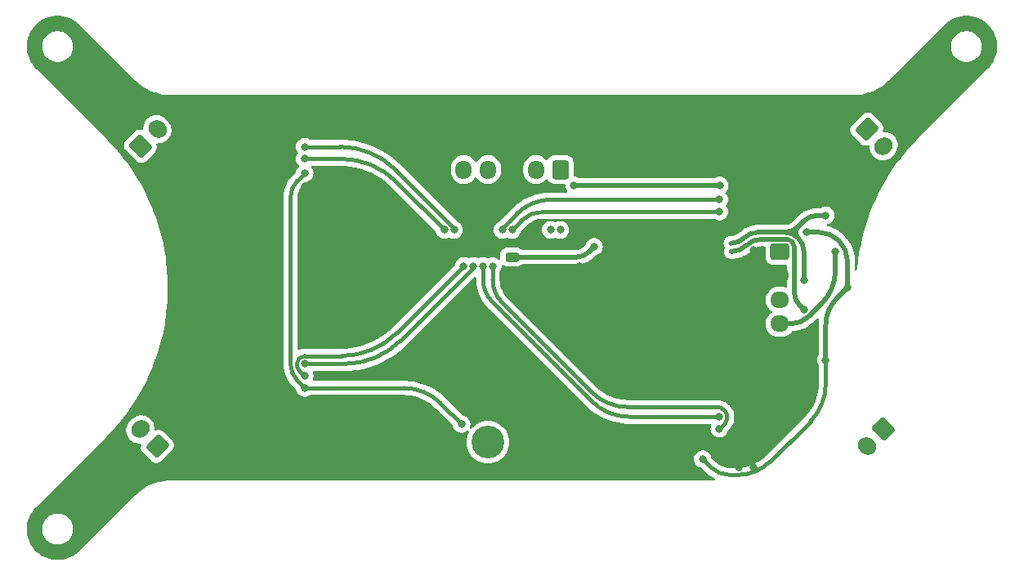
<source format=gbr>
%TF.GenerationSoftware,KiCad,Pcbnew,8.0.1*%
%TF.CreationDate,2024-07-18T22:31:53+09:00*%
%TF.ProjectId,MD-20240410,4d442d32-3032-4343-9034-31302e6b6963,rev?*%
%TF.SameCoordinates,Original*%
%TF.FileFunction,Copper,L2,Bot*%
%TF.FilePolarity,Positive*%
%FSLAX46Y46*%
G04 Gerber Fmt 4.6, Leading zero omitted, Abs format (unit mm)*
G04 Created by KiCad (PCBNEW 8.0.1) date 2024-07-18 22:31:53*
%MOMM*%
%LPD*%
G01*
G04 APERTURE LIST*
G04 Aperture macros list*
%AMRoundRect*
0 Rectangle with rounded corners*
0 $1 Rounding radius*
0 $2 $3 $4 $5 $6 $7 $8 $9 X,Y pos of 4 corners*
0 Add a 4 corners polygon primitive as box body*
4,1,4,$2,$3,$4,$5,$6,$7,$8,$9,$2,$3,0*
0 Add four circle primitives for the rounded corners*
1,1,$1+$1,$2,$3*
1,1,$1+$1,$4,$5*
1,1,$1+$1,$6,$7*
1,1,$1+$1,$8,$9*
0 Add four rect primitives between the rounded corners*
20,1,$1+$1,$2,$3,$4,$5,0*
20,1,$1+$1,$4,$5,$6,$7,0*
20,1,$1+$1,$6,$7,$8,$9,0*
20,1,$1+$1,$8,$9,$2,$3,0*%
%AMHorizOval*
0 Thick line with rounded ends*
0 $1 width*
0 $2 $3 position (X,Y) of the first rounded end (center of the circle)*
0 $4 $5 position (X,Y) of the second rounded end (center of the circle)*
0 Add line between two ends*
20,1,$1,$2,$3,$4,$5,0*
0 Add two circle primitives to create the rounded ends*
1,1,$1,$2,$3*
1,1,$1,$4,$5*%
G04 Aperture macros list end*
%TA.AperFunction,ComponentPad*%
%ADD10RoundRect,0.250000X0.600000X0.725000X-0.600000X0.725000X-0.600000X-0.725000X0.600000X-0.725000X0*%
%TD*%
%TA.AperFunction,ComponentPad*%
%ADD11O,1.700000X1.950000*%
%TD*%
%TA.AperFunction,ComponentPad*%
%ADD12RoundRect,0.250000X0.954594X0.106066X0.106066X0.954594X-0.954594X-0.106066X-0.106066X-0.954594X0*%
%TD*%
%TA.AperFunction,ComponentPad*%
%ADD13HorizOval,1.700000X0.106066X0.106066X-0.106066X-0.106066X0*%
%TD*%
%TA.AperFunction,ComponentPad*%
%ADD14RoundRect,0.250000X-0.954594X-0.106066X-0.106066X-0.954594X0.954594X0.106066X0.106066X0.954594X0*%
%TD*%
%TA.AperFunction,ComponentPad*%
%ADD15HorizOval,1.700000X-0.106066X-0.106066X0.106066X0.106066X0*%
%TD*%
%TA.AperFunction,ComponentPad*%
%ADD16C,3.400000*%
%TD*%
%TA.AperFunction,ComponentPad*%
%ADD17RoundRect,0.250000X0.106066X-0.954594X0.954594X-0.106066X-0.106066X0.954594X-0.954594X0.106066X0*%
%TD*%
%TA.AperFunction,ComponentPad*%
%ADD18HorizOval,1.700000X-0.106066X0.106066X0.106066X-0.106066X0*%
%TD*%
%TA.AperFunction,ComponentPad*%
%ADD19RoundRect,0.250000X-0.106066X0.954594X-0.954594X0.106066X0.106066X-0.954594X0.954594X-0.106066X0*%
%TD*%
%TA.AperFunction,ComponentPad*%
%ADD20RoundRect,0.250000X-0.725000X0.600000X-0.725000X-0.600000X0.725000X-0.600000X0.725000X0.600000X0*%
%TD*%
%TA.AperFunction,ComponentPad*%
%ADD21O,1.950000X1.700000*%
%TD*%
%TA.AperFunction,SMDPad,CuDef*%
%ADD22RoundRect,0.243750X0.456250X-0.243750X0.456250X0.243750X-0.456250X0.243750X-0.456250X-0.243750X0*%
%TD*%
%TA.AperFunction,ViaPad*%
%ADD23C,0.800000*%
%TD*%
%TA.AperFunction,ViaPad*%
%ADD24C,0.500000*%
%TD*%
%TA.AperFunction,Conductor*%
%ADD25C,0.450000*%
%TD*%
%TA.AperFunction,Conductor*%
%ADD26C,0.500000*%
%TD*%
G04 APERTURE END LIST*
D10*
%TO.P,J1,1,Pin_1*%
%TO.N,ball02k*%
X5175000Y12237500D03*
D11*
%TO.P,J1,2,Pin_2*%
%TO.N,KickerSignal-main*%
X2675000Y12237500D03*
%TO.P,J1,3,Pin_3*%
%TO.N,GND*%
X175000Y12237500D03*
%TO.P,J1,4,Pin_4*%
%TO.N,SLEEP-1*%
X-2325000Y12237500D03*
%TO.P,J1,5,Pin_5*%
%TO.N,ball01k*%
X-4825000Y12237500D03*
%TD*%
D12*
%TO.P,J4,1,Pin_1*%
%TO.N,OUT2-2*%
X-36570707Y-16452732D03*
D13*
%TO.P,J4,2,Pin_2*%
%TO.N,OUT1-2*%
X-38338473Y-14684966D03*
%TD*%
D14*
%TO.P,J6,1,Pin_1*%
%TO.N,OUT2-4*%
X36920707Y16427732D03*
D15*
%TO.P,J6,2,Pin_2*%
%TO.N,OUT1-4*%
X38688473Y14659966D03*
%TD*%
D16*
%TO.P,J7,1,Pin_1*%
%TO.N,VM*%
X-2325000Y-16012500D03*
%TO.P,J7,2,Pin_2*%
%TO.N,GND*%
X2675000Y-16012500D03*
%TD*%
D17*
%TO.P,J3,1,Pin_1*%
%TO.N,OUT2-1*%
X-38338473Y14659966D03*
D18*
%TO.P,J3,2,Pin_2*%
%TO.N,OUT1-1*%
X-36570707Y16427732D03*
%TD*%
D19*
%TO.P,J5,1,Pin_1*%
%TO.N,OUT2-3*%
X38688473Y-14684966D03*
D18*
%TO.P,J5,2,Pin_2*%
%TO.N,OUT1-3*%
X36920707Y-16452732D03*
%TD*%
D20*
%TO.P,J2,1,Pin_1*%
%TO.N,+5V*%
X27925000Y3737500D03*
D21*
%TO.P,J2,2,Pin_2*%
%TO.N,GND*%
X27925000Y1237500D03*
%TO.P,J2,3,Pin_3*%
%TO.N,Line-MD-Main=TX_5V*%
X27925000Y-1262500D03*
%TO.P,J2,4,Pin_4*%
%TO.N,Line-MD-Main=RX_5V*%
X27925000Y-3762500D03*
%TD*%
D22*
%TO.P,D1,2,A*%
%TO.N,Net-(D1-A)*%
X175000Y3175000D03*
%TO.P,D1,1,K*%
%TO.N,GND*%
X175000Y1300000D03*
%TD*%
D23*
%TO.N,SLEEP-1*%
X6600000Y10600000D03*
%TO.N,EN-2*%
X-4825000Y2237500D03*
%TO.N,GND*%
X21675000Y-10512500D03*
X-21325000Y10487500D03*
X23675000Y-18587500D03*
X21675000Y11987500D03*
X-24825000Y18562500D03*
X25175000Y-18587500D03*
X-24825000Y-3937500D03*
D24*
X-21325000Y-12012500D03*
D23*
X-23325000Y18562500D03*
X25175000Y3912500D03*
X7175000Y2237500D03*
%TO.N,Net-(D1-A)*%
X8675000Y4237500D03*
%TO.N,EN-1*%
X-21300000Y13350000D03*
X-6825000Y5987500D03*
%TO.N,PH-1*%
X-21300000Y14600000D03*
X-5825000Y5987500D03*
%TO.N,EN-2*%
X-21300000Y-9150000D03*
%TO.N,PH-2*%
X-21300000Y-7900000D03*
X-3825000Y2237500D03*
%TO.N,PH-4*%
X21650000Y7875000D03*
X175000Y5987500D03*
%TO.N,EN-4*%
X21650000Y9125000D03*
X-825000Y5987500D03*
%TO.N,EN-3*%
X21650000Y-13375000D03*
X-2824997Y2237500D03*
%TO.N,PH-3*%
X-1825000Y2237500D03*
X21650000Y-14625000D03*
%TO.N,SLEEP-1*%
X-21300000Y11850000D03*
X32675000Y-7512500D03*
X19925000Y-17762500D03*
X34925000Y-12500D03*
X30675000Y5737500D03*
X-5050000Y-14150000D03*
X21700000Y10600000D03*
X-21300000Y-10400000D03*
%TO.N,Line-MD-Main=RX_5V*%
X33675000Y3737500D03*
%TO.N,Line-MD-Main=RX_3.3V*%
X4175000Y5987500D03*
X30425000Y737500D03*
X32675000Y7487500D03*
%TO.N,Line-MD-Main=TX_3.3V*%
X5175000Y5987500D03*
X30425000Y-2262500D03*
%TD*%
D25*
%TO.N,PH-3*%
X-1825000Y820471D02*
G75*
G03*
X-823009Y-1598548I3421012J2D01*
G01*
%TO.N,EN-3*%
X-2824997Y857874D02*
G75*
G03*
X-1849454Y-1497293I3330716J4D01*
G01*
%TO.N,EN-4*%
X4246426Y9125000D02*
G75*
G03*
X660387Y7639612I4J-5071430D01*
G01*
X-766052Y6213172D02*
G75*
G03*
X-824999Y6070863I142313J-142311D01*
G01*
%TO.N,PH-4*%
X3397164Y7875000D02*
G75*
G03*
X1118752Y6931248I6J-3222170D01*
G01*
%TO.N,PH-2*%
X-11405082Y-5509309D02*
G75*
G02*
X-17176720Y-7900000I-5771641J5771644D01*
G01*
X-3825000Y2154136D02*
G75*
G02*
X-3883946Y2011826I-201250J-4D01*
G01*
%TO.N,EN-2*%
X-11746809Y-4684309D02*
G75*
G02*
X-17518447Y-7075000I-5771641J5771644D01*
G01*
%TO.N,PH-1*%
X-11880082Y12209309D02*
G75*
G03*
X-17651720Y14600000I-5771641J-5771644D01*
G01*
X-5883946Y6213173D02*
G75*
G02*
X-5825001Y6070863I-142309J-142308D01*
G01*
%TO.N,EN-1*%
X-11796809Y10959309D02*
G75*
G03*
X-17568447Y13350000I-5771641J-5771644D01*
G01*
%TO.N,PH-3*%
X12201453Y-12375000D02*
G75*
G02*
X8353700Y-10781204I7J5441550D01*
G01*
%TO.N,EN-3*%
X12282215Y-13375000D02*
G75*
G02*
X8434461Y-11781205I5J5441550D01*
G01*
%TO.N,EN-1*%
X-11796809Y10959309D02*
X-6825000Y5987500D01*
X-17568447Y13350000D02*
X-21300000Y13350000D01*
%TO.N,PH-1*%
X-5825000Y5987500D02*
X-5825000Y6070863D01*
X-11880082Y12209309D02*
X-5883946Y6213173D01*
X-17651720Y14600000D02*
X-21300000Y14600000D01*
D26*
%TO.N,SLEEP-1*%
X6600000Y10600000D02*
X21700000Y10600000D01*
D25*
%TO.N,EN-4*%
X-825000Y5987500D02*
X-825000Y6070863D01*
X660386Y7639613D02*
X-766053Y6213173D01*
X21650000Y9125000D02*
X4246426Y9125000D01*
%TO.N,PH-4*%
X3397164Y7875000D02*
X21650000Y7875000D01*
X175000Y5987500D02*
X1118750Y6931250D01*
%TO.N,PH-3*%
X-1825000Y2237500D02*
X-1825000Y820471D01*
X-823009Y-1598548D02*
X8507971Y-10929529D01*
%TO.N,EN-3*%
X-1849454Y-1497293D02*
X8434459Y-11781207D01*
X-2824997Y857874D02*
X-2824997Y2237500D01*
%TO.N,PH-2*%
X-17176720Y-7900000D02*
X-21300000Y-7900000D01*
X-11405082Y-5509309D02*
X-3883946Y2011826D01*
X-3825000Y2154136D02*
X-3825000Y2237500D01*
%TO.N,EN-2*%
X-4825000Y2237500D02*
X-11746809Y-4684309D01*
X-21300001Y-7075000D02*
X-17518447Y-7075000D01*
D26*
%TO.N,Net-(D1-A)*%
X8143750Y3706250D02*
X8675000Y4237500D01*
X6861199Y3175000D02*
X175000Y3175000D01*
X8143750Y3706250D02*
G75*
G02*
X6861199Y3175001I-1282550J1282550D01*
G01*
D25*
%TO.N,PH-1*%
X-5825000Y5987500D02*
X-5825000Y6070863D01*
X-5825000Y6070863D02*
G75*
G03*
X-5883946Y6213173I-201255J2D01*
G01*
%TO.N,EN-2*%
X-21853921Y-8596078D02*
X-21300000Y-9150000D01*
X-22125000Y-7899998D02*
X-22125000Y-7941636D01*
X-4825000Y2237500D02*
X-4825000Y2113756D01*
X-21853921Y-8596078D02*
G75*
G02*
X-22125000Y-7941636I654453J654447D01*
G01*
X-21883363Y-7316636D02*
G75*
G02*
X-21300001Y-7075000I583362J-583363D01*
G01*
X-22125000Y-7899998D02*
G75*
G02*
X-21883363Y-7316636I825005J-3D01*
G01*
%TO.N,PH-2*%
X-3825000Y2154137D02*
X-3825000Y2237500D01*
X-3825000Y2154137D02*
G75*
G02*
X-3883946Y2011827I-201255J-2D01*
G01*
%TO.N,PH-4*%
X175000Y5987500D02*
X175000Y6070863D01*
X175000Y6070863D02*
G75*
G02*
X233946Y6213173I201255J2D01*
G01*
%TO.N,EN-4*%
X-825000Y5987500D02*
X-825000Y6070863D01*
X-825000Y6070863D02*
G75*
G02*
X-766053Y6213173I201261J-2D01*
G01*
%TO.N,EN-3*%
X21650000Y-13375000D02*
X12282215Y-13375000D01*
%TO.N,PH-3*%
X22203921Y-14071078D02*
X21650000Y-14625000D01*
X22203921Y-12762194D02*
X22145863Y-12704136D01*
X12201453Y-12375000D02*
X21351257Y-12375000D01*
X22203921Y-14071078D02*
G75*
G03*
X22475031Y-13416636I-654421J654478D01*
G01*
X22203921Y-12762194D02*
G75*
G02*
X22474980Y-13416636I-654421J-654406D01*
G01*
X21351257Y-12375000D02*
G75*
G02*
X22145875Y-12704124I43J-1123700D01*
G01*
D26*
%TO.N,SLEEP-1*%
X31937563Y5737500D02*
X30675000Y5737500D01*
D25*
X-5050000Y-14150000D02*
X-7206207Y-11993792D01*
X-22037500Y11112500D02*
X-21300000Y11850000D01*
X19925000Y-17762500D02*
X20750000Y-18587500D01*
D26*
X34925000Y-12500D02*
X33800000Y-1137500D01*
X32675000Y-3853490D02*
X32675000Y-7512500D01*
D25*
X32675000Y-10000263D02*
X32675000Y-7512500D01*
X26910337Y-18018889D02*
X31081207Y-13848019D01*
X-22775000Y9332017D02*
X-22775000Y-7882017D01*
X-11053963Y-10400000D02*
X-21300000Y-10400000D01*
X23545863Y-19412500D02*
X22741726Y-19412500D01*
X-22037500Y-9662500D02*
X-21300000Y-10400000D01*
D26*
X34925000Y-12500D02*
X34925000Y2750063D01*
D25*
X32675000Y-10000263D02*
G75*
G02*
X31081208Y-13848020I-5441560J3D01*
G01*
X-22037500Y-9662500D02*
G75*
G02*
X-22774999Y-7882017I1780497J1780488D01*
G01*
X-11053963Y-10400000D02*
G75*
G02*
X-7206207Y-11993792I1J-5441547D01*
G01*
D26*
X34925000Y2750063D02*
G75*
G03*
X34050001Y4862501I-2987450J-3D01*
G01*
D25*
X20750000Y-18587500D02*
G75*
G03*
X22741726Y-19412489I1991700J1991700D01*
G01*
X23545863Y-19412500D02*
G75*
G03*
X26910337Y-18018889I-3J4758090D01*
G01*
D26*
X31937563Y5737500D02*
G75*
G02*
X34050032Y4862532I37J-2987500D01*
G01*
X32675000Y-3853490D02*
G75*
G02*
X33800003Y-1137503I3841000J-10D01*
G01*
D25*
X-22775000Y9332017D02*
G75*
G02*
X-22037500Y11112500I2517997J-5D01*
G01*
D26*
%TO.N,Line-MD-Main=TX_5V*%
X27425000Y-1762500D02*
X27737500Y-1762500D01*
%TO.N,Line-MD-Main=RX_5V*%
X33675000Y3737500D02*
X33675000Y1761459D01*
X32277728Y-1611853D02*
X30905635Y-2983946D01*
X29026041Y-3762500D02*
X27925000Y-3762500D01*
X29026041Y-3762500D02*
G75*
G03*
X30905626Y-2983937I-41J2658200D01*
G01*
X32277727Y-1611852D02*
G75*
G03*
X33675023Y1761459I-3373327J3373352D01*
G01*
%TO.N,Line-MD-Main=RX_3.3V*%
X31830914Y7487500D02*
X32675000Y7487500D01*
X25621140Y5737500D02*
X28396663Y5737500D01*
X4175000Y5987500D02*
X4175000Y6088541D01*
X30389969Y6890641D02*
X29830914Y6331586D01*
X30425000Y3709163D02*
X30425000Y737500D01*
X29830913Y6331587D02*
G75*
G02*
X28396663Y5737516I-1434213J1434213D01*
G01*
X29830913Y5143413D02*
G75*
G03*
X28396663Y5737484I-1434213J-1434213D01*
G01*
X30389969Y6890641D02*
G75*
G02*
X31830914Y7487491I1440931J-1440941D01*
G01*
X30425000Y3709163D02*
G75*
G03*
X29830925Y5143425I-2028300J37D01*
G01*
X25621140Y5737500D02*
G75*
G03*
X24232942Y5162526I-40J-1963200D01*
G01*
X24232968Y5162500D02*
G75*
G02*
X22844795Y4587512I-1388168J1388200D01*
G01*
X29830914Y5143414D02*
G75*
G02*
X29830914Y6331586I594086J594086D01*
G01*
%TO.N,Line-MD-Main=TX_3.3V*%
X29425000Y4221294D02*
X29425000Y-555393D01*
X26017156Y5037500D02*
X28608794Y5037500D01*
X30425000Y-2262500D02*
X29925000Y-1762500D01*
X29185938Y4798438D02*
G75*
G02*
X29424997Y4221294I-577138J-577138D01*
G01*
X28608794Y5037500D02*
G75*
G02*
X29185941Y4798441I6J-816200D01*
G01*
X24447918Y4387500D02*
G75*
G02*
X22878679Y3737504I-1569218J1569200D01*
G01*
X29425000Y-555393D02*
G75*
G03*
X29924998Y-1762502I1707100J-7D01*
G01*
X26017156Y5037500D02*
G75*
G03*
X24447948Y4387470I44J-2219200D01*
G01*
%TD*%
%TA.AperFunction,Conductor*%
%TO.N,GND*%
G36*
X-46711751Y28184203D02*
G01*
X-46368721Y28145552D01*
X-46355013Y28143223D01*
X-46018463Y28066408D01*
X-46005101Y28062559D01*
X-45679258Y27948542D01*
X-45666410Y27943220D01*
X-45355395Y27793443D01*
X-45343225Y27786717D01*
X-45050929Y27603055D01*
X-45039588Y27595008D01*
X-44769018Y27379236D01*
X-44759887Y27371191D01*
X-44636077Y27250804D01*
X-44634874Y27249617D01*
X-38837223Y21451965D01*
X-38786439Y21402277D01*
X-38681256Y21299363D01*
X-38681244Y21299352D01*
X-38346947Y21018843D01*
X-37989484Y20768545D01*
X-37989473Y20768538D01*
X-37989467Y20768534D01*
X-37989356Y20768470D01*
X-37611538Y20550336D01*
X-37611523Y20550328D01*
X-37216027Y20365906D01*
X-37216018Y20365902D01*
X-36805935Y20216644D01*
X-36805924Y20216640D01*
X-36428948Y20115630D01*
X-36384404Y20103695D01*
X-36384398Y20103693D01*
X-36384394Y20103693D01*
X-35954636Y20027915D01*
X-35664805Y20002558D01*
X-35519892Y19989880D01*
X-35301691Y19987500D01*
X-35301657Y19987500D01*
X35651690Y19987500D01*
X35651695Y19987500D01*
X35869887Y19989810D01*
X35869891Y19989810D01*
X36304644Y20027846D01*
X36304648Y20027846D01*
X36734411Y20103625D01*
X36734415Y20103625D01*
X36734421Y20103627D01*
X36776411Y20114878D01*
X37155953Y20216574D01*
X37566045Y20365834D01*
X37961562Y20550266D01*
X37961577Y20550274D01*
X38339503Y20768470D01*
X38339512Y20768475D01*
X38339597Y20768534D01*
X38697003Y21018793D01*
X39031296Y21299299D01*
X39031320Y21299321D01*
X39187218Y21451960D01*
X42597022Y24861765D01*
X45650707Y24861765D01*
X45690042Y24613409D01*
X45767749Y24374255D01*
X45881909Y24150206D01*
X46029704Y23946782D01*
X46029708Y23946777D01*
X46207518Y23768967D01*
X46207523Y23768963D01*
X46410947Y23621168D01*
X46634996Y23507008D01*
X46874150Y23429301D01*
X47122507Y23389966D01*
X47373970Y23389966D01*
X47373975Y23389966D01*
X47622331Y23429301D01*
X47861485Y23507008D01*
X48015563Y23585515D01*
X48085531Y23621166D01*
X48085534Y23621168D01*
X48288958Y23768963D01*
X48288963Y23768967D01*
X48466773Y23946777D01*
X48466777Y23946782D01*
X48614572Y24150206D01*
X48614575Y24150210D01*
X48687317Y24292974D01*
X48728732Y24374255D01*
X48751482Y24444272D01*
X48806439Y24613410D01*
X48845775Y24861771D01*
X48848241Y24987500D01*
X48845775Y25113229D01*
X48806439Y25361590D01*
X48728734Y25600740D01*
X48614575Y25824790D01*
X48466772Y26028224D01*
X48288965Y26206031D01*
X48085531Y26353834D01*
X47861481Y26467993D01*
X47622331Y26545698D01*
X47373975Y26585034D01*
X47373970Y26585034D01*
X47122512Y26585034D01*
X47122507Y26585034D01*
X46874150Y26545698D01*
X46763190Y26509644D01*
X46635001Y26467993D01*
X46634998Y26467991D01*
X46634996Y26467991D01*
X46553715Y26426576D01*
X46410951Y26353834D01*
X46410947Y26353831D01*
X46207523Y26206036D01*
X46207518Y26206032D01*
X46029708Y26028222D01*
X46029704Y26028217D01*
X45881909Y25824793D01*
X45767749Y25600744D01*
X45690042Y25361590D01*
X45650707Y25113234D01*
X45650707Y24861765D01*
X42597022Y24861765D01*
X44984874Y27249617D01*
X44986112Y27250838D01*
X45109878Y27371180D01*
X45119009Y27379226D01*
X45389589Y27595003D01*
X45400930Y27603049D01*
X45505586Y27668807D01*
X45693220Y27786703D01*
X45705387Y27793428D01*
X46016386Y27943195D01*
X46016401Y27943202D01*
X46029245Y27948523D01*
X46029300Y27948542D01*
X46355084Y28062537D01*
X46368446Y28066386D01*
X46704991Y28143197D01*
X46718700Y28145526D01*
X47061726Y28184174D01*
X47075609Y28184954D01*
X47420816Y28184954D01*
X47434700Y28184174D01*
X47777725Y28145523D01*
X47791434Y28143194D01*
X48127986Y28066376D01*
X48141347Y28062527D01*
X48467179Y27948513D01*
X48480017Y27943195D01*
X48791035Y27793415D01*
X48803205Y27786689D01*
X49095497Y27603030D01*
X49106838Y27594983D01*
X49376729Y27379752D01*
X49387097Y27370486D01*
X49631186Y27126397D01*
X49640452Y27116029D01*
X49855683Y26846138D01*
X49863730Y26834797D01*
X50047389Y26542505D01*
X50054115Y26530335D01*
X50203895Y26219317D01*
X50209212Y26206482D01*
X50271590Y26028217D01*
X50323227Y25880648D01*
X50327076Y25867286D01*
X50403894Y25530734D01*
X50406223Y25517025D01*
X50444874Y25174000D01*
X50445654Y25160116D01*
X50445654Y24814909D01*
X50444874Y24801026D01*
X50406226Y24458000D01*
X50403897Y24444291D01*
X50327086Y24107746D01*
X50323237Y24094384D01*
X50209223Y23768545D01*
X50203902Y23755701D01*
X50084140Y23507008D01*
X50054128Y23444687D01*
X50047402Y23432517D01*
X49863749Y23140230D01*
X49855703Y23128889D01*
X49639913Y22858293D01*
X49631895Y22849191D01*
X49511600Y22725393D01*
X49510351Y22724126D01*
X42248280Y15462057D01*
X42072519Y15284446D01*
X41921472Y15131810D01*
X41292967Y14447538D01*
X40819720Y13886238D01*
X40694065Y13737204D01*
X40307157Y13236653D01*
X40125858Y13002102D01*
X39589358Y12243542D01*
X39085536Y11462895D01*
X38615299Y10661569D01*
X38500209Y10444869D01*
X38179497Y9841013D01*
X37778905Y9002682D01*
X37585469Y8549354D01*
X37414264Y8148126D01*
X37117297Y7361214D01*
X37086209Y7278837D01*
X36795360Y6396460D01*
X36542206Y5502478D01*
X36327230Y4598589D01*
X36150810Y3686393D01*
X36013259Y2767497D01*
X35922802Y1918411D01*
X35896127Y1853834D01*
X35838773Y1813930D01*
X35768950Y1811369D01*
X35708827Y1846964D01*
X35677492Y1909413D01*
X35675500Y1931547D01*
X35675500Y2829620D01*
X35675455Y2830535D01*
X35675455Y2913307D01*
X35675454Y2913307D01*
X35647007Y3238467D01*
X35590327Y3559913D01*
X35505848Y3875194D01*
X35394211Y4181914D01*
X35256267Y4477736D01*
X35093065Y4760411D01*
X34905848Y5027785D01*
X34696040Y5277826D01*
X34641825Y5332041D01*
X34641804Y5332065D01*
X34636451Y5337417D01*
X34636450Y5337420D01*
X34617023Y5356846D01*
X34616947Y5356984D01*
X34580702Y5393227D01*
X34580703Y5393228D01*
X34465298Y5508626D01*
X34215253Y5718430D01*
X33947874Y5905642D01*
X33665197Y6068838D01*
X33369371Y6206777D01*
X33062649Y6318409D01*
X32872952Y6369234D01*
X32813293Y6405597D01*
X32782762Y6468444D01*
X32791056Y6537819D01*
X32835540Y6591698D01*
X32879263Y6610299D01*
X32954803Y6626356D01*
X32954807Y6626357D01*
X33127729Y6703348D01*
X33127734Y6703351D01*
X33280870Y6814611D01*
X33311512Y6848642D01*
X33407533Y6955284D01*
X33502179Y7119216D01*
X33560674Y7299244D01*
X33580460Y7487500D01*
X33560674Y7675756D01*
X33502179Y7855784D01*
X33407533Y8019716D01*
X33280871Y8160388D01*
X33127730Y8271651D01*
X32954803Y8348644D01*
X32769646Y8388000D01*
X32580354Y8388000D01*
X32395197Y8348644D01*
X32395192Y8348642D01*
X32222270Y8271651D01*
X32222265Y8271648D01*
X32208548Y8261682D01*
X32142742Y8238202D01*
X32135663Y8238000D01*
X31750680Y8238000D01*
X31750506Y8237991D01*
X31693939Y8237992D01*
X31421306Y8211142D01*
X31421305Y8211142D01*
X31421303Y8211141D01*
X31421296Y8211141D01*
X31152599Y8157696D01*
X30890434Y8078170D01*
X30637327Y7973331D01*
X30395714Y7844188D01*
X30395708Y7844184D01*
X30167919Y7691981D01*
X30148149Y7675756D01*
X29956147Y7518186D01*
X29859287Y7421326D01*
X29803510Y7365550D01*
X29803508Y7365547D01*
X29799180Y7361219D01*
X29799175Y7361214D01*
X29356007Y6918047D01*
X29303679Y6865719D01*
X29296529Y6859110D01*
X29155179Y6738386D01*
X29139440Y6726950D01*
X29020262Y6653919D01*
X28985111Y6632379D01*
X28967787Y6623551D01*
X28800551Y6554281D01*
X28782055Y6548273D01*
X28606056Y6506022D01*
X28586849Y6502980D01*
X28432168Y6490808D01*
X28401327Y6488382D01*
X28391599Y6488000D01*
X28317796Y6488001D01*
X28317791Y6488000D01*
X25541424Y6488000D01*
X25540703Y6487964D01*
X25468760Y6487966D01*
X25165885Y6453847D01*
X24868735Y6386031D01*
X24581046Y6285372D01*
X24581037Y6285367D01*
X24581032Y6285366D01*
X24306441Y6153137D01*
X24306439Y6153135D01*
X24306436Y6153134D01*
X24048359Y5990982D01*
X23810060Y5800954D01*
X23758071Y5748968D01*
X23758068Y5748966D01*
X23705721Y5696621D01*
X23698583Y5690024D01*
X23565011Y5575946D01*
X23549270Y5564509D01*
X23403658Y5475280D01*
X23386323Y5466448D01*
X23228548Y5401096D01*
X23210051Y5395086D01*
X23043987Y5355218D01*
X23024776Y5352175D01*
X22849495Y5338381D01*
X22839774Y5338000D01*
X22765916Y5338000D01*
X22611602Y5305200D01*
X22467480Y5241033D01*
X22339848Y5148304D01*
X22339846Y5148302D01*
X22234282Y5031062D01*
X22155403Y4894439D01*
X22155400Y4894433D01*
X22106653Y4744403D01*
X22106652Y4744400D01*
X22090161Y4587501D01*
X22106651Y4430604D01*
X22106652Y4430601D01*
X22155402Y4280561D01*
X22155405Y4280555D01*
X22204711Y4195155D01*
X22221184Y4127255D01*
X22204712Y4071157D01*
X22189289Y4044444D01*
X22189288Y4044441D01*
X22189287Y4044440D01*
X22140537Y3894405D01*
X22124045Y3737506D01*
X22140533Y3580610D01*
X22189283Y3430570D01*
X22268162Y3293943D01*
X22373725Y3176701D01*
X22373726Y3176700D01*
X22501358Y3083969D01*
X22645479Y3019802D01*
X22799793Y2987000D01*
X22799790Y2987000D01*
X22929999Y2986999D01*
X22930037Y2987003D01*
X23024564Y2987003D01*
X23024567Y2987003D01*
X23109073Y2995325D01*
X23314938Y3015599D01*
X23314940Y3015599D01*
X23314949Y3015600D01*
X23314951Y3015601D01*
X23369034Y3026358D01*
X23601128Y3072523D01*
X23756532Y3119664D01*
X23880359Y3157226D01*
X24149937Y3268888D01*
X24149944Y3268891D01*
X24407260Y3406430D01*
X24407267Y3406434D01*
X24407272Y3406437D01*
X24649886Y3568547D01*
X24853222Y3735422D01*
X24875445Y3753660D01*
X24918482Y3796698D01*
X24918535Y3796746D01*
X24975753Y3853965D01*
X24981674Y3859511D01*
X25116944Y3978146D01*
X25129812Y3988021D01*
X25276041Y4085733D01*
X25290087Y4093843D01*
X25447821Y4171634D01*
X25462807Y4177841D01*
X25629330Y4234372D01*
X25644997Y4238571D01*
X25794585Y4268330D01*
X25817493Y4272887D01*
X25833574Y4275004D01*
X25918380Y4280564D01*
X26012489Y4286734D01*
X26020601Y4287000D01*
X26325500Y4287000D01*
X26392539Y4267315D01*
X26438294Y4214511D01*
X26449500Y4163000D01*
X26449500Y3087498D01*
X26449501Y3087481D01*
X26460000Y2984703D01*
X26460001Y2984700D01*
X26515185Y2818168D01*
X26515187Y2818163D01*
X26607289Y2668842D01*
X26731342Y2544789D01*
X26880663Y2452687D01*
X26880668Y2452685D01*
X26961935Y2425756D01*
X27047203Y2397501D01*
X27047204Y2397500D01*
X27149983Y2387000D01*
X27149991Y2387000D01*
X28550500Y2387000D01*
X28617539Y2367315D01*
X28663294Y2314511D01*
X28674500Y2263000D01*
X28674500Y125257D01*
X28654815Y58218D01*
X28602011Y12463D01*
X28532853Y2519D01*
X28512198Y7321D01*
X28366243Y54746D01*
X28156287Y88000D01*
X27693713Y88000D01*
X27483757Y54746D01*
X27323020Y2519D01*
X27281585Y-10944D01*
X27092179Y-107451D01*
X26920213Y-232390D01*
X26769890Y-382713D01*
X26644951Y-554679D01*
X26548444Y-744085D01*
X26482753Y-946260D01*
X26460693Y-1085542D01*
X26449500Y-1156213D01*
X26449500Y-1368787D01*
X26482754Y-1578743D01*
X26511815Y-1668184D01*
X26548444Y-1780914D01*
X26644951Y-1970320D01*
X26769890Y-2142286D01*
X26780107Y-2152503D01*
X26795528Y-2171293D01*
X26842048Y-2240915D01*
X26842051Y-2240919D01*
X26946580Y-2345448D01*
X26946588Y-2345454D01*
X27062347Y-2422802D01*
X27107153Y-2476414D01*
X27115860Y-2545739D01*
X27085706Y-2608766D01*
X27066343Y-2626222D01*
X26920209Y-2732394D01*
X26769890Y-2882713D01*
X26644951Y-3054679D01*
X26548444Y-3244085D01*
X26482753Y-3446260D01*
X26462526Y-3573968D01*
X26449500Y-3656213D01*
X26449500Y-3868787D01*
X26482754Y-4078743D01*
X26518724Y-4189448D01*
X26548444Y-4280914D01*
X26644951Y-4470320D01*
X26769890Y-4642286D01*
X26920213Y-4792609D01*
X27092179Y-4917548D01*
X27092181Y-4917549D01*
X27092184Y-4917551D01*
X27281588Y-5014057D01*
X27483757Y-5079746D01*
X27693713Y-5113000D01*
X27693714Y-5113000D01*
X28156286Y-5113000D01*
X28156287Y-5113000D01*
X28366243Y-5079746D01*
X28568412Y-5014057D01*
X28757816Y-4917551D01*
X28902127Y-4812704D01*
X28929786Y-4792609D01*
X28929788Y-4792606D01*
X28929792Y-4792604D01*
X29080104Y-4642292D01*
X29139794Y-4560133D01*
X29195123Y-4517469D01*
X29227951Y-4509618D01*
X29526806Y-4480179D01*
X29855281Y-4414838D01*
X29898750Y-4401651D01*
X30175762Y-4317619D01*
X30175767Y-4317616D01*
X30175770Y-4317616D01*
X30485186Y-4189449D01*
X30780550Y-4031572D01*
X31059018Y-3845505D01*
X31317908Y-3633040D01*
X31376983Y-3573963D01*
X31376988Y-3573960D01*
X31384048Y-3566899D01*
X31384051Y-3566898D01*
X31743675Y-3207271D01*
X31804997Y-3173788D01*
X31874688Y-3178772D01*
X31930622Y-3220643D01*
X31955039Y-3286108D01*
X31954883Y-3305762D01*
X31924501Y-3653018D01*
X31924500Y-3653019D01*
X31924500Y-6978177D01*
X31907887Y-7040177D01*
X31847821Y-7144214D01*
X31789327Y-7324240D01*
X31789326Y-7324244D01*
X31769540Y-7512500D01*
X31789326Y-7700756D01*
X31789327Y-7700759D01*
X31847818Y-7880777D01*
X31847821Y-7880784D01*
X31932887Y-8028123D01*
X31949500Y-8090122D01*
X31949500Y-9997838D01*
X31949404Y-10002706D01*
X31935153Y-10365411D01*
X31934389Y-10375118D01*
X31892009Y-10733176D01*
X31890486Y-10742792D01*
X31820145Y-11096423D01*
X31817872Y-11105891D01*
X31720003Y-11452908D01*
X31716995Y-11462167D01*
X31592199Y-11800442D01*
X31588473Y-11809438D01*
X31437521Y-12136879D01*
X31433101Y-12145554D01*
X31256921Y-12460146D01*
X31251833Y-12468448D01*
X31051521Y-12768237D01*
X31045798Y-12776114D01*
X30822577Y-13059268D01*
X30816254Y-13066671D01*
X30569864Y-13333214D01*
X30566488Y-13336725D01*
X30510400Y-13392811D01*
X30510396Y-13392817D01*
X26455133Y-17448081D01*
X26455132Y-17448082D01*
X26399242Y-17503971D01*
X26395335Y-17507712D01*
X26141952Y-17739894D01*
X26133665Y-17746847D01*
X25863156Y-17954416D01*
X25854295Y-17960621D01*
X25566715Y-18143829D01*
X25557347Y-18149237D01*
X25254912Y-18306676D01*
X25245108Y-18311248D01*
X24930089Y-18441733D01*
X24919923Y-18445433D01*
X24594739Y-18547962D01*
X24584291Y-18550762D01*
X24251393Y-18624565D01*
X24240739Y-18626443D01*
X23902694Y-18670948D01*
X23891918Y-18671891D01*
X23701083Y-18680223D01*
X23550353Y-18686804D01*
X23548566Y-18686882D01*
X23543157Y-18687000D01*
X22831075Y-18687000D01*
X22831059Y-18686999D01*
X22745197Y-18686999D01*
X22738246Y-18686804D01*
X22514528Y-18674243D01*
X22500709Y-18672686D01*
X22283245Y-18635738D01*
X22269688Y-18632644D01*
X22057718Y-18571578D01*
X22044593Y-18566985D01*
X21840807Y-18482576D01*
X21828278Y-18476543D01*
X21635214Y-18369841D01*
X21623440Y-18362443D01*
X21443540Y-18234798D01*
X21432668Y-18226128D01*
X21265733Y-18076946D01*
X21260679Y-18072167D01*
X20847351Y-17658839D01*
X20813866Y-17597516D01*
X20811712Y-17584127D01*
X20810674Y-17574244D01*
X20769681Y-17448081D01*
X20752181Y-17394221D01*
X20752178Y-17394215D01*
X20678508Y-17266614D01*
X20657533Y-17230284D01*
X20530871Y-17089612D01*
X20513804Y-17077212D01*
X20377734Y-16978351D01*
X20377729Y-16978348D01*
X20204807Y-16901357D01*
X20204802Y-16901355D01*
X20034136Y-16865080D01*
X20019646Y-16862000D01*
X19830354Y-16862000D01*
X19815864Y-16865080D01*
X19645197Y-16901355D01*
X19645192Y-16901357D01*
X19472270Y-16978348D01*
X19472265Y-16978351D01*
X19319129Y-17089611D01*
X19192466Y-17230285D01*
X19097821Y-17394215D01*
X19097818Y-17394222D01*
X19040111Y-17571827D01*
X19039326Y-17574244D01*
X19019540Y-17762500D01*
X19039326Y-17950756D01*
X19039327Y-17950759D01*
X19097818Y-18130777D01*
X19097821Y-18130784D01*
X19192467Y-18294716D01*
X19260110Y-18369841D01*
X19319129Y-18435388D01*
X19472265Y-18546648D01*
X19472270Y-18546651D01*
X19645191Y-18623642D01*
X19645194Y-18623642D01*
X19645197Y-18623644D01*
X19755227Y-18647031D01*
X19816709Y-18680223D01*
X19817128Y-18680640D01*
X20200667Y-19064179D01*
X20200685Y-19064212D01*
X20236986Y-19100513D01*
X20236986Y-19100514D01*
X20353837Y-19217365D01*
X20360036Y-19223564D01*
X20629064Y-19444350D01*
X20629071Y-19444355D01*
X20629074Y-19444357D01*
X20918458Y-19637716D01*
X21183052Y-19779143D01*
X21232894Y-19828104D01*
X21248355Y-19896241D01*
X21224524Y-19961921D01*
X21168966Y-20004290D01*
X21124597Y-20012500D01*
X-35301657Y-20012500D01*
X-35301691Y-20012500D01*
X-35519892Y-20014880D01*
X-35519893Y-20014880D01*
X-35954634Y-20052915D01*
X-35954638Y-20052915D01*
X-36384394Y-20128693D01*
X-36384398Y-20128693D01*
X-36384404Y-20128695D01*
X-36428948Y-20140630D01*
X-36805924Y-20241640D01*
X-36805934Y-20241643D01*
X-36805935Y-20241644D01*
X-37216018Y-20390902D01*
X-37216025Y-20390905D01*
X-37216027Y-20390906D01*
X-37611523Y-20575328D01*
X-37611538Y-20575336D01*
X-37615523Y-20577637D01*
X-37989467Y-20793534D01*
X-37989473Y-20793538D01*
X-37989484Y-20793545D01*
X-38346947Y-21043843D01*
X-38681244Y-21324352D01*
X-38681256Y-21324363D01*
X-38837242Y-21476984D01*
X-44634840Y-27274583D01*
X-44636077Y-27275804D01*
X-44759887Y-27396191D01*
X-44769018Y-27404236D01*
X-45039588Y-27620008D01*
X-45050929Y-27628055D01*
X-45343225Y-27811717D01*
X-45355395Y-27818443D01*
X-45666410Y-27968220D01*
X-45679258Y-27973542D01*
X-46005101Y-28087559D01*
X-46018463Y-28091408D01*
X-46355013Y-28168223D01*
X-46368721Y-28170552D01*
X-46711751Y-28209203D01*
X-46725635Y-28209983D01*
X-47070847Y-28209983D01*
X-47084731Y-28209203D01*
X-47427760Y-28170552D01*
X-47441468Y-28168223D01*
X-47778018Y-28091408D01*
X-47791380Y-28087559D01*
X-48117223Y-27973542D01*
X-48130071Y-27968220D01*
X-48441086Y-27818443D01*
X-48453256Y-27811717D01*
X-48745552Y-27628055D01*
X-48756893Y-27620008D01*
X-49026788Y-27404774D01*
X-49037156Y-27395508D01*
X-49281249Y-27151415D01*
X-49290515Y-27141047D01*
X-49505749Y-26871152D01*
X-49513796Y-26859811D01*
X-49697458Y-26567515D01*
X-49704184Y-26555345D01*
X-49853961Y-26244330D01*
X-49859283Y-26231482D01*
X-49973300Y-25905639D01*
X-49977149Y-25892277D01*
X-50053964Y-25555727D01*
X-50056293Y-25542019D01*
X-50094944Y-25198989D01*
X-50095724Y-25185105D01*
X-50095724Y-25138234D01*
X-48495775Y-25138234D01*
X-48486153Y-25198983D01*
X-48456439Y-25386590D01*
X-48378734Y-25625740D01*
X-48264575Y-25849790D01*
X-48116772Y-26053224D01*
X-47938965Y-26231031D01*
X-47735531Y-26378834D01*
X-47511481Y-26492993D01*
X-47282127Y-26567515D01*
X-47272331Y-26570698D01*
X-47023975Y-26610034D01*
X-46772512Y-26610034D01*
X-46772507Y-26610034D01*
X-46524150Y-26570698D01*
X-46413190Y-26534644D01*
X-46285001Y-26492993D01*
X-46284998Y-26492991D01*
X-46284996Y-26492991D01*
X-46203715Y-26451576D01*
X-46060951Y-26378834D01*
X-45875824Y-26244332D01*
X-45857523Y-26231036D01*
X-45857518Y-26231032D01*
X-45679708Y-26053222D01*
X-45679704Y-26053217D01*
X-45531909Y-25849793D01*
X-45417749Y-25625744D01*
X-45340043Y-25386590D01*
X-45300706Y-25138225D01*
X-45298240Y-25012500D01*
X-45300706Y-24886774D01*
X-45340043Y-24638409D01*
X-45417749Y-24399255D01*
X-45531909Y-24175206D01*
X-45679704Y-23971782D01*
X-45679708Y-23971777D01*
X-45857518Y-23793967D01*
X-45857523Y-23793963D01*
X-46060947Y-23646168D01*
X-46284996Y-23532008D01*
X-46524150Y-23454301D01*
X-46772507Y-23414966D01*
X-46772512Y-23414966D01*
X-47023970Y-23414966D01*
X-47023975Y-23414966D01*
X-47272331Y-23454301D01*
X-47511485Y-23532008D01*
X-47665563Y-23610515D01*
X-47735531Y-23646166D01*
X-47735533Y-23646167D01*
X-47735534Y-23646168D01*
X-47938958Y-23793963D01*
X-47938963Y-23793967D01*
X-48116773Y-23971777D01*
X-48116777Y-23971782D01*
X-48223982Y-24119338D01*
X-48264575Y-24175210D01*
X-48337317Y-24317974D01*
X-48378732Y-24399255D01*
X-48378732Y-24399257D01*
X-48378734Y-24399260D01*
X-48401482Y-24469272D01*
X-48456439Y-24638409D01*
X-48495775Y-24886765D01*
X-48495775Y-25138234D01*
X-50095724Y-25138234D01*
X-50095724Y-24839894D01*
X-50094944Y-24826010D01*
X-50056293Y-24482980D01*
X-50053964Y-24469272D01*
X-49977149Y-24132722D01*
X-49973300Y-24119360D01*
X-49859283Y-23793517D01*
X-49853961Y-23780669D01*
X-49704184Y-23469654D01*
X-49697458Y-23457484D01*
X-49513796Y-23165188D01*
X-49505749Y-23153847D01*
X-49289977Y-22883277D01*
X-49281932Y-22874146D01*
X-49281912Y-22874126D01*
X-49161545Y-22750336D01*
X-49160324Y-22749099D01*
X-41898279Y-15487056D01*
X-41571479Y-15156817D01*
X-41571471Y-15156809D01*
X-41333129Y-14897319D01*
X-39795039Y-14897319D01*
X-39761785Y-15107275D01*
X-39696096Y-15309444D01*
X-39599590Y-15498848D01*
X-39474643Y-15670823D01*
X-39324330Y-15821136D01*
X-39152355Y-15946083D01*
X-38962951Y-16042589D01*
X-38760782Y-16108278D01*
X-38550826Y-16141532D01*
X-38550825Y-16141532D01*
X-38354521Y-16141532D01*
X-38287482Y-16161217D01*
X-38241727Y-16214021D01*
X-38231783Y-16283179D01*
X-38233864Y-16294129D01*
X-38267105Y-16434383D01*
X-38275802Y-16471077D01*
X-38275802Y-16646519D01*
X-38253902Y-16738916D01*
X-38248460Y-16761882D01*
X-38235341Y-16817231D01*
X-38156603Y-16974013D01*
X-38091346Y-17054120D01*
X-37172095Y-17973370D01*
X-37091988Y-18038628D01*
X-36935206Y-18117366D01*
X-36935204Y-18117366D01*
X-36935203Y-18117367D01*
X-36878623Y-18130777D01*
X-36764494Y-18157827D01*
X-36764491Y-18157827D01*
X-36589055Y-18157827D01*
X-36589052Y-18157827D01*
X-36418340Y-18117366D01*
X-36418339Y-18117366D01*
X-36261563Y-18038630D01*
X-36261559Y-18038628D01*
X-36181451Y-17973371D01*
X-35050069Y-16841988D01*
X-35017440Y-16801934D01*
X-34984812Y-16761882D01*
X-34984807Y-16761874D01*
X-34906072Y-16605099D01*
X-34906072Y-16605098D01*
X-34865613Y-16434394D01*
X-34865612Y-16434383D01*
X-34865612Y-16258948D01*
X-34865613Y-16258937D01*
X-34906071Y-16088235D01*
X-34984812Y-15931448D01*
X-35050059Y-15851354D01*
X-35050075Y-15851336D01*
X-35969311Y-14932101D01*
X-35969332Y-14932082D01*
X-36049418Y-14866841D01*
X-36049424Y-14866837D01*
X-36206210Y-14788096D01*
X-36376912Y-14747638D01*
X-36376918Y-14747637D01*
X-36376920Y-14747637D01*
X-36552362Y-14747637D01*
X-36552364Y-14747637D01*
X-36552369Y-14747638D01*
X-36729310Y-14789575D01*
X-36799082Y-14785882D01*
X-36855781Y-14745054D01*
X-36881406Y-14680053D01*
X-36881907Y-14668918D01*
X-36881907Y-14472613D01*
X-36915160Y-14262660D01*
X-36980851Y-14060485D01*
X-37077356Y-13871083D01*
X-37202305Y-13699106D01*
X-37352613Y-13548798D01*
X-37524590Y-13423849D01*
X-37713992Y-13327344D01*
X-37772145Y-13308449D01*
X-37916164Y-13261654D01*
X-37916163Y-13261654D01*
X-37916167Y-13261653D01*
X-37916166Y-13261653D01*
X-38101661Y-13232274D01*
X-38126120Y-13228400D01*
X-38338694Y-13228400D01*
X-38363153Y-13232274D01*
X-38548646Y-13261653D01*
X-38548648Y-13261653D01*
X-38548650Y-13261654D01*
X-38750819Y-13327343D01*
X-38940223Y-13423849D01*
X-39112198Y-13548796D01*
X-39474643Y-13911241D01*
X-39599590Y-14083216D01*
X-39696096Y-14272620D01*
X-39761785Y-14474789D01*
X-39795039Y-14684745D01*
X-39795039Y-14897319D01*
X-41333129Y-14897319D01*
X-40942966Y-14472538D01*
X-40942958Y-14472528D01*
X-40942952Y-14472522D01*
X-40344073Y-13762215D01*
X-39775857Y-13027101D01*
X-39571692Y-12738431D01*
X-39239357Y-12268541D01*
X-38735535Y-11487895D01*
X-38265298Y-10686569D01*
X-37829494Y-9866007D01*
X-37753000Y-9705926D01*
X-37428909Y-9027690D01*
X-37064266Y-8173134D01*
X-36923555Y-7800274D01*
X-23500501Y-7800274D01*
X-23500500Y-7880777D01*
X-23500500Y-7959585D01*
X-23500499Y-7959606D01*
X-23500499Y-8041360D01*
X-23469262Y-8358509D01*
X-23438488Y-8513216D01*
X-23407095Y-8671049D01*
X-23407091Y-8671060D01*
X-23407090Y-8671070D01*
X-23314581Y-8976031D01*
X-23192626Y-9270456D01*
X-23042400Y-9551510D01*
X-22865349Y-9816486D01*
X-22663179Y-10062833D01*
X-22623123Y-10102887D01*
X-22601032Y-10124979D01*
X-22601032Y-10124980D01*
X-22550507Y-10175505D01*
X-22492706Y-10233307D01*
X-22492704Y-10233307D01*
X-22482500Y-10243512D01*
X-22482495Y-10243516D01*
X-22222349Y-10503661D01*
X-22188866Y-10564982D01*
X-22186712Y-10578370D01*
X-22185674Y-10588256D01*
X-22127179Y-10768284D01*
X-22032533Y-10932216D01*
X-21905871Y-11072888D01*
X-21752730Y-11184151D01*
X-21579803Y-11261144D01*
X-21394646Y-11300500D01*
X-21394644Y-11300500D01*
X-21205355Y-11300500D01*
X-21205354Y-11300500D01*
X-21020197Y-11261144D01*
X-21020192Y-11261142D01*
X-20847270Y-11184151D01*
X-20847265Y-11184148D01*
X-20799138Y-11149182D01*
X-20733331Y-11125702D01*
X-20726253Y-11125500D01*
X-11135707Y-11125500D01*
X-11056388Y-11125500D01*
X-11051519Y-11125596D01*
X-10688817Y-11139846D01*
X-10679126Y-11140608D01*
X-10321023Y-11182992D01*
X-10311435Y-11184511D01*
X-9957792Y-11254856D01*
X-9948344Y-11257124D01*
X-9601306Y-11354999D01*
X-9592068Y-11358000D01*
X-9253761Y-11482808D01*
X-9244807Y-11486516D01*
X-8917325Y-11637488D01*
X-8908672Y-11641898D01*
X-8594080Y-11818079D01*
X-8585780Y-11823164D01*
X-8285974Y-12023488D01*
X-8278127Y-12029189D01*
X-7994940Y-12252437D01*
X-7987573Y-12258729D01*
X-7720971Y-12505171D01*
X-7717514Y-12508495D01*
X-5972349Y-14253661D01*
X-5938866Y-14314982D01*
X-5936712Y-14328370D01*
X-5935674Y-14338256D01*
X-5877179Y-14518284D01*
X-5782533Y-14682216D01*
X-5655871Y-14822888D01*
X-5502730Y-14934151D01*
X-5329803Y-15011144D01*
X-5144646Y-15050500D01*
X-5144644Y-15050500D01*
X-4955355Y-15050500D01*
X-4955354Y-15050500D01*
X-4770197Y-15011144D01*
X-4770192Y-15011142D01*
X-4597270Y-14934151D01*
X-4597265Y-14934148D01*
X-4457155Y-14832352D01*
X-4391349Y-14808872D01*
X-4323295Y-14824697D01*
X-4274600Y-14874803D01*
X-4260725Y-14943281D01*
X-4273057Y-14987512D01*
X-4362359Y-15168598D01*
X-4455081Y-15441747D01*
X-4511356Y-15724661D01*
X-4530222Y-16012500D01*
X-4511356Y-16300339D01*
X-4455081Y-16583253D01*
X-4362359Y-16856402D01*
X-4234778Y-17115111D01*
X-4074520Y-17354954D01*
X-3884327Y-17571827D01*
X-3667454Y-17762020D01*
X-3427611Y-17922278D01*
X-3168902Y-18049859D01*
X-2895753Y-18142581D01*
X-2612839Y-18198856D01*
X-2325000Y-18217722D01*
X-2037161Y-18198856D01*
X-1754247Y-18142581D01*
X-1481098Y-18049859D01*
X-1222389Y-17922278D01*
X-982546Y-17762020D01*
X-765672Y-17571827D01*
X-575478Y-17354952D01*
X-415223Y-17115113D01*
X-415219Y-17115106D01*
X-287642Y-16856405D01*
X-194921Y-16583260D01*
X-194917Y-16583245D01*
X-138646Y-16300349D01*
X-138644Y-16300337D01*
X-132986Y-16214021D01*
X-119778Y-16012500D01*
X-138644Y-15724661D01*
X-138646Y-15724650D01*
X-194917Y-15441754D01*
X-194921Y-15441739D01*
X-287642Y-15168594D01*
X-415219Y-14909893D01*
X-415223Y-14909886D01*
X-575478Y-14670047D01*
X-765672Y-14453172D01*
X-982547Y-14262978D01*
X-1222386Y-14102723D01*
X-1222393Y-14102719D01*
X-1481094Y-13975142D01*
X-1754239Y-13882421D01*
X-1754254Y-13882417D01*
X-2037150Y-13826146D01*
X-2037155Y-13826145D01*
X-2037161Y-13826144D01*
X-2325000Y-13807278D01*
X-2612839Y-13826144D01*
X-2612849Y-13826146D01*
X-2895745Y-13882417D01*
X-2895751Y-13882418D01*
X-2895753Y-13882419D01*
X-2895754Y-13882419D01*
X-2895760Y-13882421D01*
X-3168905Y-13975142D01*
X-3427606Y-14102719D01*
X-3427613Y-14102723D01*
X-3667452Y-14262978D01*
X-3884327Y-14453172D01*
X-3991019Y-14574831D01*
X-4050021Y-14612255D01*
X-4119889Y-14611839D01*
X-4178442Y-14573716D01*
X-4207088Y-14509988D01*
X-4202178Y-14454754D01*
X-4164327Y-14338259D01*
X-4164326Y-14338256D01*
X-4144540Y-14150000D01*
X-4164326Y-13961744D01*
X-4168629Y-13948501D01*
X-4222818Y-13781722D01*
X-4222821Y-13781715D01*
X-4317466Y-13617785D01*
X-4444129Y-13477111D01*
X-4597265Y-13365851D01*
X-4597270Y-13365848D01*
X-4770192Y-13288857D01*
X-4770196Y-13288856D01*
X-4880230Y-13265467D01*
X-4941711Y-13232274D01*
X-4942129Y-13231858D01*
X-6743727Y-11430260D01*
X-6818991Y-11354996D01*
X-6848938Y-11325048D01*
X-6848949Y-11325038D01*
X-7181871Y-11036558D01*
X-7534508Y-10772578D01*
X-7534513Y-10772575D01*
X-7905103Y-10534413D01*
X-8291730Y-10323298D01*
X-8291737Y-10323294D01*
X-8692417Y-10140311D01*
X-9105172Y-9986361D01*
X-9527837Y-9862255D01*
X-9527847Y-9862252D01*
X-9958279Y-9768617D01*
X-10394314Y-9705926D01*
X-10833703Y-9674500D01*
X-10833706Y-9674500D01*
X-10982508Y-9674500D01*
X-20352907Y-9674500D01*
X-20419946Y-9654815D01*
X-20465701Y-9602011D01*
X-20475645Y-9532853D01*
X-20470838Y-9512182D01*
X-20414327Y-9338259D01*
X-20414326Y-9338256D01*
X-20394540Y-9150000D01*
X-20414326Y-8961744D01*
X-20470838Y-8787818D01*
X-20472833Y-8717977D01*
X-20436753Y-8658144D01*
X-20374052Y-8627316D01*
X-20352907Y-8625500D01*
X-16908171Y-8625500D01*
X-16908158Y-8625500D01*
X-16434852Y-8596870D01*
X-16372013Y-8593069D01*
X-16265372Y-8580120D01*
X-15838807Y-8528326D01*
X-15310481Y-8431507D01*
X-14788965Y-8302965D01*
X-14788949Y-8302961D01*
X-14447096Y-8196434D01*
X-14276162Y-8143169D01*
X-13792092Y-7959585D01*
X-13773953Y-7952706D01*
X-13773950Y-7952704D01*
X-13773943Y-7952702D01*
X-13284140Y-7732259D01*
X-12808540Y-7482646D01*
X-12348880Y-7204771D01*
X-11906836Y-6899650D01*
X-11827669Y-6837626D01*
X-11484027Y-6568402D01*
X-11484026Y-6568401D01*
X-11081988Y-6212226D01*
X-11081952Y-6212192D01*
X-10892076Y-6022315D01*
X-10834274Y-5964513D01*
X-3762178Y1107582D01*
X-3700855Y1141067D01*
X-3631163Y1136083D01*
X-3575230Y1094211D01*
X-3550813Y1028747D01*
X-3550497Y1019901D01*
X-3550497Y956011D01*
X-3550498Y956007D01*
X-3550498Y857875D01*
X-3550498Y680777D01*
X-3519627Y327929D01*
X-3458121Y-20886D01*
X-3366448Y-363012D01*
X-3245306Y-695848D01*
X-3095616Y-1016858D01*
X-2918518Y-1323601D01*
X-2715360Y-1613741D01*
X-2487687Y-1885071D01*
X-2420051Y-1952705D01*
X-2420048Y-1952710D01*
X-2412986Y-1959771D01*
X-2412986Y-1959773D01*
X-2362460Y-2010299D01*
X-2304659Y-2068101D01*
X-2304657Y-2068101D01*
X-2294453Y-2078306D01*
X-2294448Y-2078309D01*
X6192222Y-10564982D01*
X7863650Y-12236410D01*
X7921454Y-12294214D01*
X7976284Y-12349045D01*
X7976336Y-12349092D01*
X8077200Y-12449956D01*
X8410117Y-12738431D01*
X8455345Y-12772288D01*
X8762770Y-13002424D01*
X8862741Y-13066671D01*
X9133349Y-13240580D01*
X9519978Y-13451696D01*
X9519982Y-13451698D01*
X9519989Y-13451702D01*
X9920669Y-13634686D01*
X9920673Y-13634687D01*
X9920683Y-13634692D01*
X10333422Y-13788636D01*
X10750976Y-13911241D01*
X10756088Y-13912742D01*
X10756098Y-13912745D01*
X11186530Y-14006381D01*
X11186537Y-14006382D01*
X11622567Y-14069074D01*
X12061958Y-14100500D01*
X12210760Y-14100500D01*
X20702907Y-14100500D01*
X20769946Y-14120185D01*
X20815701Y-14172989D01*
X20825645Y-14242147D01*
X20820838Y-14262818D01*
X20766829Y-14429040D01*
X20764326Y-14436744D01*
X20744540Y-14625000D01*
X20764326Y-14813256D01*
X20764327Y-14813259D01*
X20822818Y-14993277D01*
X20822821Y-14993284D01*
X20917467Y-15157216D01*
X21033731Y-15286340D01*
X21044129Y-15297888D01*
X21197265Y-15409148D01*
X21197270Y-15409151D01*
X21370192Y-15486142D01*
X21370197Y-15486144D01*
X21555354Y-15525500D01*
X21555355Y-15525500D01*
X21744644Y-15525500D01*
X21744646Y-15525500D01*
X21929803Y-15486144D01*
X22102730Y-15409151D01*
X22255871Y-15297888D01*
X22382533Y-15157216D01*
X22477179Y-14993284D01*
X22535674Y-14813256D01*
X22536712Y-14803380D01*
X22563294Y-14738764D01*
X22572343Y-14728665D01*
X22707454Y-14593554D01*
X22707461Y-14593550D01*
X22707460Y-14593549D01*
X22753185Y-14547832D01*
X22753219Y-14547790D01*
X22767453Y-14533557D01*
X22767454Y-14533554D01*
X22771735Y-14529274D01*
X22772085Y-14528885D01*
X22793404Y-14507570D01*
X22925163Y-14335873D01*
X23033384Y-14148447D01*
X23116215Y-13948499D01*
X23172238Y-13739450D01*
X23200496Y-13524877D01*
X23200500Y-13416664D01*
X23200504Y-13334920D01*
X23200502Y-13334914D01*
X23200503Y-13328141D01*
X23200483Y-13327770D01*
X23200483Y-13327343D01*
X23200484Y-13308450D01*
X23172241Y-13093871D01*
X23116231Y-12884814D01*
X23116229Y-12884809D01*
X23116228Y-12884805D01*
X23033415Y-12684866D01*
X23033412Y-12684858D01*
X22925202Y-12497422D01*
X22793450Y-12325715D01*
X22771072Y-12303335D01*
X22771055Y-12303316D01*
X22723741Y-12256002D01*
X22723739Y-12255999D01*
X22694177Y-12226437D01*
X22694148Y-12226384D01*
X22658880Y-12191117D01*
X22658881Y-12191117D01*
X22573173Y-12105410D01*
X22380850Y-11957837D01*
X22242601Y-11878021D01*
X22170909Y-11836631D01*
X22170900Y-11836627D01*
X21946942Y-11743866D01*
X21712781Y-11681129D01*
X21572602Y-11662679D01*
X21472438Y-11649496D01*
X21472434Y-11649496D01*
X21351229Y-11649500D01*
X12203879Y-11649500D01*
X12199011Y-11649404D01*
X11836305Y-11635153D01*
X11826598Y-11634389D01*
X11468540Y-11592009D01*
X11458924Y-11590486D01*
X11105294Y-11520144D01*
X11095826Y-11517871D01*
X10748813Y-11420003D01*
X10739553Y-11416995D01*
X10401270Y-11292195D01*
X10392275Y-11288469D01*
X10064829Y-11137514D01*
X10056154Y-11133093D01*
X9741582Y-10956924D01*
X9733280Y-10951837D01*
X9433482Y-10751518D01*
X9425605Y-10745795D01*
X9196245Y-10564982D01*
X9142448Y-10522571D01*
X9135048Y-10516251D01*
X8947131Y-10342542D01*
X8943621Y-10339167D01*
X-307530Y-1088014D01*
X-312309Y-1082960D01*
X-506783Y-865343D01*
X-515453Y-854471D01*
X-682312Y-619305D01*
X-689710Y-607531D01*
X-829190Y-355161D01*
X-835223Y-342633D01*
X-945568Y-76237D01*
X-950161Y-63112D01*
X-1029988Y213972D01*
X-1033082Y227529D01*
X-1081382Y511801D01*
X-1082939Y525619D01*
X-1099305Y817032D01*
X-1099500Y823985D01*
X-1099500Y1659876D01*
X-1082887Y1721875D01*
X-997823Y1869210D01*
X-997818Y1869222D01*
X-939327Y2049240D01*
X-939326Y2049241D01*
X-939326Y2049244D01*
X-929294Y2144691D01*
X-919123Y2241462D01*
X-892538Y2306077D01*
X-835241Y2346061D01*
X-765421Y2348721D01*
X-730705Y2334038D01*
X-597933Y2252142D01*
X-597927Y2252139D01*
X-597925Y2252138D01*
X-597922Y2252137D01*
X-432776Y2197413D01*
X-330855Y2187000D01*
X-330848Y2187000D01*
X680855Y2187000D01*
X782776Y2197413D01*
X947922Y2252137D01*
X947925Y2252138D01*
X947927Y2252139D01*
X947933Y2252142D01*
X1095999Y2343471D01*
X1096003Y2343474D01*
X1140710Y2388181D01*
X1202033Y2421666D01*
X1228391Y2424500D01*
X6941231Y2424500D01*
X6941251Y2424501D01*
X7005211Y2424501D01*
X7291399Y2456747D01*
X7291415Y2456749D01*
X7572206Y2520837D01*
X7572218Y2520841D01*
X7844053Y2615961D01*
X7844075Y2615970D01*
X8103548Y2740925D01*
X8327513Y2881652D01*
X8347424Y2894163D01*
X8515415Y3028132D01*
X8572603Y3073737D01*
X8618530Y3119664D01*
X8618557Y3119689D01*
X8827770Y3328902D01*
X8889093Y3362387D01*
X8889669Y3362511D01*
X8954803Y3376356D01*
X8954807Y3376357D01*
X9127729Y3453348D01*
X9127734Y3453351D01*
X9280870Y3564611D01*
X9390523Y3686393D01*
X9407533Y3705284D01*
X9502179Y3869216D01*
X9560674Y4049244D01*
X9580460Y4237500D01*
X9560674Y4425756D01*
X9502179Y4605784D01*
X9407533Y4769716D01*
X9280871Y4910388D01*
X9127730Y5021651D01*
X8954803Y5098644D01*
X8769646Y5138000D01*
X8580354Y5138000D01*
X8395197Y5098644D01*
X8395192Y5098642D01*
X8222270Y5021651D01*
X8222265Y5021648D01*
X8097392Y4930922D01*
X8069129Y4910388D01*
X7942467Y4769716D01*
X7942466Y4769714D01*
X7847821Y4605784D01*
X7847819Y4605780D01*
X7792478Y4435458D01*
X7762228Y4386096D01*
X7616515Y4240383D01*
X7609365Y4233773D01*
X7493613Y4134912D01*
X7477872Y4123476D01*
X7352244Y4046491D01*
X7334914Y4037660D01*
X7198786Y3981273D01*
X7180291Y3975264D01*
X7037025Y3940870D01*
X7017812Y3937826D01*
X6866038Y3925881D01*
X6856313Y3925500D01*
X1228391Y3925500D01*
X1161352Y3945185D01*
X1140710Y3961819D01*
X1119021Y3983508D01*
X1096003Y4006526D01*
X947925Y4097862D01*
X782775Y4152587D01*
X680848Y4163000D01*
X-330848Y4163000D01*
X-432775Y4152587D01*
X-597925Y4097862D01*
X-746003Y4006526D01*
X-869026Y3883503D01*
X-960362Y3735425D01*
X-1015087Y3570275D01*
X-1025499Y3468355D01*
X-1025500Y3468342D01*
X-1025500Y3013071D01*
X-1045185Y2946032D01*
X-1097989Y2900277D01*
X-1167147Y2890333D01*
X-1222381Y2912751D01*
X-1372270Y3021651D01*
X-1486533Y3072525D01*
X-1545192Y3098642D01*
X-1545197Y3098644D01*
X-1730354Y3138000D01*
X-1919646Y3138000D01*
X-2104803Y3098644D01*
X-2274563Y3023060D01*
X-2343811Y3013776D01*
X-2375434Y3023061D01*
X-2545189Y3098642D01*
X-2545194Y3098644D01*
X-2730351Y3138000D01*
X-2919643Y3138000D01*
X-3104800Y3098644D01*
X-3274560Y3023061D01*
X-3274562Y3023060D01*
X-3343812Y3013775D01*
X-3375434Y3023060D01*
X-3545192Y3098642D01*
X-3545197Y3098644D01*
X-3730354Y3138000D01*
X-3919646Y3138000D01*
X-4104803Y3098644D01*
X-4274566Y3023059D01*
X-4343813Y3013775D01*
X-4375430Y3023057D01*
X-4545197Y3098644D01*
X-4730354Y3138000D01*
X-4919646Y3138000D01*
X-5104803Y3098644D01*
X-5277730Y3021651D01*
X-5430871Y2910388D01*
X-5557533Y2769716D01*
X-5652179Y2605784D01*
X-5710674Y2425756D01*
X-5711711Y2415884D01*
X-5738289Y2351271D01*
X-5747342Y2341168D01*
X-10601012Y-2512500D01*
X-12202013Y-4113501D01*
X-12258381Y-4169869D01*
X-12261297Y-4172691D01*
X-12612038Y-4501196D01*
X-12618138Y-4506546D01*
X-12988055Y-4810128D01*
X-12994493Y-4815068D01*
X-13383468Y-5093804D01*
X-13390215Y-5098312D01*
X-13796586Y-5351009D01*
X-13803613Y-5355066D01*
X-14225643Y-5580647D01*
X-14232921Y-5584236D01*
X-14668798Y-5781728D01*
X-14676294Y-5784833D01*
X-15124149Y-5953394D01*
X-15131833Y-5956003D01*
X-15589772Y-6094918D01*
X-15597610Y-6097018D01*
X-16063640Y-6205681D01*
X-16071598Y-6207264D01*
X-16543743Y-6285216D01*
X-16551788Y-6286275D01*
X-17028010Y-6333178D01*
X-17036107Y-6333709D01*
X-17516431Y-6349434D01*
X-17520488Y-6349500D01*
X-21401627Y-6349500D01*
X-21603135Y-6376028D01*
X-21799462Y-6428634D01*
X-21878049Y-6461185D01*
X-21947518Y-6468653D01*
X-22009997Y-6437377D01*
X-22045649Y-6377288D01*
X-22049500Y-6346623D01*
X-22049500Y9327966D01*
X-22049234Y9336076D01*
X-22034696Y9557871D01*
X-22032579Y9573952D01*
X-21990008Y9787971D01*
X-21985810Y9803639D01*
X-21915665Y10010277D01*
X-21909458Y10025262D01*
X-21812948Y10220966D01*
X-21804838Y10235012D01*
X-21683603Y10416454D01*
X-21673729Y10429323D01*
X-21527173Y10596438D01*
X-21521626Y10602360D01*
X-21192128Y10931858D01*
X-21130805Y10965343D01*
X-21130229Y10965467D01*
X-21020196Y10988856D01*
X-21020192Y10988857D01*
X-20847270Y11065848D01*
X-20847265Y11065851D01*
X-20694129Y11177111D01*
X-20567466Y11317785D01*
X-20472821Y11481715D01*
X-20472818Y11481722D01*
X-20414327Y11661740D01*
X-20414326Y11661741D01*
X-20414326Y11661744D01*
X-20394540Y11850000D01*
X-20414326Y12038256D01*
X-20420328Y12056728D01*
X-20472818Y12218277D01*
X-20472821Y12218284D01*
X-20567466Y12382214D01*
X-20567467Y12382216D01*
X-20599262Y12417528D01*
X-20629492Y12480520D01*
X-20620867Y12549855D01*
X-20576125Y12603520D01*
X-20509473Y12624478D01*
X-20507112Y12624500D01*
X-17650192Y12624500D01*
X-17570488Y12624500D01*
X-17566431Y12624434D01*
X-17086107Y12608709D01*
X-17078010Y12608178D01*
X-16601788Y12561275D01*
X-16593743Y12560216D01*
X-16121598Y12482264D01*
X-16113640Y12480681D01*
X-15647610Y12372018D01*
X-15639772Y12369918D01*
X-15181833Y12231003D01*
X-15174149Y12228394D01*
X-14726294Y12059833D01*
X-14718798Y12056728D01*
X-14282921Y11859236D01*
X-14275643Y11855647D01*
X-13853613Y11630066D01*
X-13846586Y11626009D01*
X-13440215Y11373312D01*
X-13433468Y11368804D01*
X-13044493Y11090068D01*
X-13038055Y11085128D01*
X-12668138Y10781546D01*
X-12662038Y10776196D01*
X-12311297Y10447691D01*
X-12308381Y10444869D01*
X-10021208Y8157696D01*
X-7747351Y5883840D01*
X-7713866Y5822517D01*
X-7711712Y5809129D01*
X-7710674Y5799244D01*
X-7652179Y5619216D01*
X-7557533Y5455284D01*
X-7451407Y5337420D01*
X-7430870Y5314611D01*
X-7277734Y5203351D01*
X-7277729Y5203348D01*
X-7104807Y5126357D01*
X-7104802Y5126355D01*
X-6974418Y5098642D01*
X-6919646Y5087000D01*
X-6919645Y5087000D01*
X-6730355Y5087000D01*
X-6730354Y5087000D01*
X-6675582Y5098642D01*
X-6545197Y5126355D01*
X-6545192Y5126357D01*
X-6375436Y5201939D01*
X-6306186Y5211224D01*
X-6274564Y5201939D01*
X-6104807Y5126357D01*
X-6104802Y5126355D01*
X-5974418Y5098642D01*
X-5919646Y5087000D01*
X-5919645Y5087000D01*
X-5730355Y5087000D01*
X-5730354Y5087000D01*
X-5675582Y5098642D01*
X-5545197Y5126355D01*
X-5545192Y5126357D01*
X-5372270Y5203348D01*
X-5372265Y5203351D01*
X-5219129Y5314611D01*
X-5092466Y5455285D01*
X-4997821Y5619215D01*
X-4997818Y5619222D01*
X-4939327Y5799240D01*
X-4939326Y5799241D01*
X-4939326Y5799244D01*
X-4919540Y5987500D01*
X-1730460Y5987500D01*
X-1710674Y5799244D01*
X-1652179Y5619216D01*
X-1557533Y5455284D01*
X-1451407Y5337420D01*
X-1430870Y5314611D01*
X-1277734Y5203351D01*
X-1277729Y5203348D01*
X-1104807Y5126357D01*
X-1104802Y5126355D01*
X-974418Y5098642D01*
X-919646Y5087000D01*
X-919645Y5087000D01*
X-730355Y5087000D01*
X-730354Y5087000D01*
X-675582Y5098642D01*
X-545197Y5126355D01*
X-545192Y5126357D01*
X-375436Y5201939D01*
X-306186Y5211224D01*
X-274564Y5201939D01*
X-104807Y5126357D01*
X-104802Y5126355D01*
X25582Y5098642D01*
X80354Y5087000D01*
X80355Y5087000D01*
X269645Y5087000D01*
X269646Y5087000D01*
X324418Y5098642D01*
X454802Y5126355D01*
X454807Y5126357D01*
X627729Y5203348D01*
X627734Y5203351D01*
X780870Y5314611D01*
X801407Y5337420D01*
X907533Y5455284D01*
X1002179Y5619216D01*
X1060674Y5799244D01*
X1061711Y5809113D01*
X1088290Y5873728D01*
X1097351Y5883839D01*
X1201012Y5987500D01*
X3269540Y5987500D01*
X3289326Y5799244D01*
X3289326Y5799241D01*
X3289327Y5799240D01*
X3347818Y5619222D01*
X3347821Y5619215D01*
X3442466Y5455285D01*
X3569129Y5314611D01*
X3722265Y5203351D01*
X3722270Y5203348D01*
X3895192Y5126357D01*
X3895197Y5126355D01*
X4025582Y5098642D01*
X4080354Y5087000D01*
X4080355Y5087000D01*
X4269645Y5087000D01*
X4269646Y5087000D01*
X4324418Y5098642D01*
X4454802Y5126355D01*
X4454807Y5126357D01*
X4624564Y5201939D01*
X4693814Y5211224D01*
X4725436Y5201939D01*
X4895192Y5126357D01*
X4895197Y5126355D01*
X5025582Y5098642D01*
X5080354Y5087000D01*
X5080355Y5087000D01*
X5269645Y5087000D01*
X5269646Y5087000D01*
X5324418Y5098642D01*
X5454802Y5126355D01*
X5454807Y5126357D01*
X5627729Y5203348D01*
X5627734Y5203351D01*
X5780870Y5314611D01*
X5801407Y5337420D01*
X5907533Y5455284D01*
X6002179Y5619216D01*
X6060674Y5799244D01*
X6080460Y5987500D01*
X6060674Y6175756D01*
X6002179Y6355784D01*
X5907533Y6519716D01*
X5780871Y6660388D01*
X5627730Y6771651D01*
X5454803Y6848644D01*
X5269646Y6888000D01*
X5080354Y6888000D01*
X4895197Y6848644D01*
X4895196Y6848644D01*
X4844864Y6826234D01*
X4725433Y6773059D01*
X4656187Y6763775D01*
X4624569Y6773057D01*
X4454803Y6848644D01*
X4269646Y6888000D01*
X4080354Y6888000D01*
X3959303Y6862270D01*
X3895197Y6848644D01*
X3895192Y6848642D01*
X3722270Y6771651D01*
X3722265Y6771648D01*
X3614295Y6693203D01*
X3569129Y6660388D01*
X3442467Y6519716D01*
X3375014Y6402884D01*
X3347821Y6355784D01*
X3347818Y6355777D01*
X3299405Y6206777D01*
X3289326Y6175756D01*
X3269540Y5987500D01*
X1201012Y5987500D01*
X1629287Y6415775D01*
X1634341Y6420554D01*
X1709813Y6488000D01*
X1835336Y6600174D01*
X1846205Y6608840D01*
X1848262Y6610299D01*
X1979403Y6703349D01*
X2063174Y6762788D01*
X2074948Y6770187D01*
X2307809Y6898885D01*
X2320338Y6904918D01*
X2566133Y7006729D01*
X2579257Y7011322D01*
X2834916Y7084976D01*
X2848473Y7088070D01*
X3110761Y7132636D01*
X3124579Y7134193D01*
X3393657Y7149305D01*
X3400610Y7149500D01*
X3478910Y7149500D01*
X21076253Y7149500D01*
X21143292Y7129815D01*
X21149138Y7125818D01*
X21197265Y7090851D01*
X21197270Y7090848D01*
X21370192Y7013857D01*
X21370197Y7013855D01*
X21522897Y6981398D01*
X21555354Y6974500D01*
X21555355Y6974500D01*
X21744645Y6974500D01*
X21744646Y6974500D01*
X21784001Y6982865D01*
X21929802Y7013855D01*
X21929807Y7013857D01*
X22102729Y7090848D01*
X22102734Y7090851D01*
X22255870Y7202111D01*
X22255871Y7202112D01*
X22382533Y7342784D01*
X22477179Y7506716D01*
X22535674Y7686744D01*
X22555460Y7875000D01*
X22535674Y8063256D01*
X22477179Y8243284D01*
X22382533Y8407216D01*
X22373698Y8417027D01*
X22343469Y8480019D01*
X22352093Y8549354D01*
X22373699Y8582973D01*
X22382533Y8592784D01*
X22477178Y8756715D01*
X22477179Y8756716D01*
X22535674Y8936744D01*
X22555460Y9125000D01*
X22535674Y9313256D01*
X22477179Y9493284D01*
X22382533Y9657216D01*
X22296970Y9752242D01*
X22266742Y9815231D01*
X22275367Y9884566D01*
X22302110Y9921751D01*
X22301522Y9922282D01*
X22387680Y10017970D01*
X22432533Y10067784D01*
X22527179Y10231716D01*
X22585674Y10411744D01*
X22605460Y10600000D01*
X22585674Y10788256D01*
X22527179Y10968284D01*
X22432533Y11132216D01*
X22305871Y11272888D01*
X22152730Y11384151D01*
X21979803Y11461144D01*
X21794646Y11500500D01*
X21605354Y11500500D01*
X21516977Y11481715D01*
X21420197Y11461144D01*
X21420192Y11461142D01*
X21247270Y11384151D01*
X21247265Y11384148D01*
X21233548Y11374182D01*
X21167742Y11350702D01*
X21160663Y11350500D01*
X7139337Y11350500D01*
X7072298Y11370185D01*
X7066452Y11374182D01*
X7052734Y11384148D01*
X7052730Y11384151D01*
X6879803Y11461144D01*
X6694646Y11500500D01*
X6694645Y11500500D01*
X6649500Y11500500D01*
X6582461Y11520185D01*
X6536706Y11572989D01*
X6525500Y11624500D01*
X6525499Y13012501D01*
X6525498Y13012518D01*
X6514999Y13115296D01*
X6514998Y13115299D01*
X6507036Y13139327D01*
X6459814Y13281834D01*
X6367712Y13431156D01*
X6243656Y13555212D01*
X6094334Y13647314D01*
X5927797Y13702499D01*
X5825009Y13713000D01*
X4524992Y13712999D01*
X4524983Y13712998D01*
X4524981Y13712998D01*
X4422203Y13702499D01*
X4255666Y13647314D01*
X4106344Y13555212D01*
X3982288Y13431156D01*
X3890186Y13281834D01*
X3886821Y13276378D01*
X3834873Y13229654D01*
X3765910Y13218431D01*
X3701828Y13246275D01*
X3693623Y13253772D01*
X3554792Y13392604D01*
X3546196Y13398849D01*
X3382820Y13517548D01*
X3382816Y13517551D01*
X3193412Y13614057D01*
X2991243Y13679746D01*
X2781287Y13713000D01*
X2568713Y13713000D01*
X2358757Y13679746D01*
X2156588Y13614057D01*
X1967184Y13517551D01*
X1967181Y13517549D01*
X1967179Y13517548D01*
X1795213Y13392609D01*
X1644890Y13242286D01*
X1519951Y13070320D01*
X1519949Y13070316D01*
X1423443Y12880912D01*
X1359128Y12682972D01*
X1357753Y12678739D01*
X1324500Y12468786D01*
X1324500Y12006213D01*
X1357753Y11796260D01*
X1357754Y11796257D01*
X1413561Y11624500D01*
X1423444Y11594085D01*
X1519951Y11404679D01*
X1644890Y11232713D01*
X1795213Y11082390D01*
X1967179Y10957451D01*
X2156585Y10860944D01*
X2358760Y10795253D01*
X2358759Y10795253D01*
X2529202Y10768257D01*
X2568713Y10762000D01*
X2568714Y10762000D01*
X2781286Y10762000D01*
X2781287Y10762000D01*
X2847587Y10772501D01*
X2991239Y10795253D01*
X2991241Y10795253D01*
X2991243Y10795254D01*
X3193412Y10860943D01*
X3382816Y10957449D01*
X3382820Y10957451D01*
X3554786Y11082390D01*
X3693601Y11221205D01*
X3754924Y11254690D01*
X3824616Y11249706D01*
X3880549Y11207834D01*
X3886821Y11198621D01*
X3982289Y11043842D01*
X4106342Y10919789D01*
X4255663Y10827687D01*
X4255668Y10827685D01*
X4339670Y10799849D01*
X4422203Y10772501D01*
X4422204Y10772500D01*
X4524983Y10762000D01*
X4524991Y10762000D01*
X5573851Y10762000D01*
X5640890Y10742315D01*
X5686645Y10689511D01*
X5697171Y10625040D01*
X5694540Y10600000D01*
X5714326Y10411744D01*
X5714326Y10411741D01*
X5714327Y10411740D01*
X5772818Y10231722D01*
X5772821Y10231715D01*
X5867466Y10067785D01*
X5876752Y10057472D01*
X5906982Y9994481D01*
X5898357Y9925145D01*
X5853615Y9871480D01*
X5786963Y9850522D01*
X5784602Y9850500D01*
X4297788Y9850500D01*
X4297785Y9850501D01*
X4246425Y9850501D01*
X4018664Y9850501D01*
X3564544Y9814761D01*
X3114629Y9743501D01*
X2671691Y9637161D01*
X2348621Y9532189D01*
X2238467Y9496398D01*
X2238462Y9496396D01*
X1817613Y9322074D01*
X1411739Y9115271D01*
X1411730Y9115265D01*
X1411725Y9115263D01*
X1411720Y9115260D01*
X1023350Y8877266D01*
X1023345Y8877262D01*
X1023341Y8877260D01*
X654815Y8609510D01*
X308432Y8313671D01*
X197906Y8203145D01*
X-1181910Y6823326D01*
X-1219147Y6797733D01*
X-1277730Y6771651D01*
X-1430871Y6660388D01*
X-1557533Y6519716D01*
X-1652179Y6355784D01*
X-1710674Y6175756D01*
X-1730460Y5987500D01*
X-4919540Y5987500D01*
X-4939326Y6175756D01*
X-4949405Y6206777D01*
X-4997818Y6355777D01*
X-4997821Y6355784D01*
X-5025014Y6402884D01*
X-5092467Y6519716D01*
X-5219129Y6660388D01*
X-5264295Y6693203D01*
X-5372265Y6771648D01*
X-5372266Y6771648D01*
X-5372270Y6771651D01*
X-5430844Y6797730D01*
X-5468089Y6823328D01*
X-10650974Y12006213D01*
X-6175500Y12006213D01*
X-6142246Y11796257D01*
X-6076557Y11594088D01*
X-5980051Y11404684D01*
X-5980048Y11404679D01*
X-5855109Y11232713D01*
X-5704786Y11082390D01*
X-5532820Y10957451D01*
X-5532816Y10957449D01*
X-5343412Y10860943D01*
X-5141243Y10795254D01*
X-5141241Y10795253D01*
X-5141240Y10795253D01*
X-4997581Y10772500D01*
X-4931287Y10762000D01*
X-4931286Y10762000D01*
X-4718714Y10762000D01*
X-4718713Y10762000D01*
X-4652419Y10772500D01*
X-4508760Y10795253D01*
X-4306585Y10860944D01*
X-4117179Y10957451D01*
X-3945213Y11082390D01*
X-3794894Y11232709D01*
X-3794890Y11232714D01*
X-3675318Y11397293D01*
X-3619989Y11439959D01*
X-3550375Y11445938D01*
X-3488580Y11413333D01*
X-3474682Y11397293D01*
X-3355109Y11232714D01*
X-3355105Y11232709D01*
X-3204786Y11082390D01*
X-3032820Y10957451D01*
X-3032816Y10957449D01*
X-2843412Y10860943D01*
X-2641243Y10795254D01*
X-2641241Y10795253D01*
X-2641240Y10795253D01*
X-2497581Y10772500D01*
X-2431287Y10762000D01*
X-2431286Y10762000D01*
X-2218714Y10762000D01*
X-2218713Y10762000D01*
X-2152419Y10772500D01*
X-2008760Y10795253D01*
X-1806585Y10860944D01*
X-1617179Y10957451D01*
X-1445213Y11082390D01*
X-1294890Y11232713D01*
X-1169951Y11404679D01*
X-1073444Y11594085D01*
X-1063561Y11624500D01*
X-1007754Y11796257D01*
X-1007753Y11796260D01*
X-974500Y12006213D01*
X-974500Y12468786D01*
X-1007753Y12678739D01*
X-1009128Y12682972D01*
X-1073443Y12880912D01*
X-1169949Y13070316D01*
X-1169951Y13070320D01*
X-1294890Y13242286D01*
X-1445213Y13392609D01*
X-1617179Y13517548D01*
X-1617181Y13517549D01*
X-1617184Y13517551D01*
X-1806588Y13614057D01*
X-2008757Y13679746D01*
X-2218713Y13713000D01*
X-2431287Y13713000D01*
X-2641243Y13679746D01*
X-2843412Y13614057D01*
X-3032816Y13517551D01*
X-3032820Y13517548D01*
X-3204786Y13392609D01*
X-3204788Y13392606D01*
X-3204792Y13392604D01*
X-3355104Y13242292D01*
X-3474683Y13077704D01*
X-3530011Y13035040D01*
X-3599624Y13029061D01*
X-3661420Y13061666D01*
X-3675313Y13077699D01*
X-3794896Y13242292D01*
X-3945208Y13392604D01*
X-3945213Y13392609D01*
X-4117179Y13517548D01*
X-4117181Y13517549D01*
X-4117184Y13517551D01*
X-4306588Y13614057D01*
X-4508757Y13679746D01*
X-4718713Y13713000D01*
X-4931287Y13713000D01*
X-5141243Y13679746D01*
X-5343412Y13614057D01*
X-5532816Y13517551D01*
X-5532820Y13517548D01*
X-5704786Y13392609D01*
X-5704788Y13392606D01*
X-5704792Y13392604D01*
X-5855104Y13242292D01*
X-5855106Y13242288D01*
X-5855109Y13242286D01*
X-5947369Y13115299D01*
X-5980051Y13070316D01*
X-6076557Y12880912D01*
X-6142246Y12678743D01*
X-6175500Y12468787D01*
X-6175500Y12006213D01*
X-10650974Y12006213D01*
X-11417602Y12772841D01*
X-11556978Y12912217D01*
X-11605124Y12954871D01*
X-11959026Y13268401D01*
X-11959027Y13268402D01*
X-12303476Y13538259D01*
X-12381836Y13599650D01*
X-12823880Y13904771D01*
X-13283540Y14182646D01*
X-13759140Y14432259D01*
X-14248943Y14652702D01*
X-14248950Y14652704D01*
X-14248953Y14652706D01*
X-14332888Y14684538D01*
X-14751162Y14843169D01*
X-14956327Y14907101D01*
X-15263949Y15002961D01*
X-15263965Y15002965D01*
X-15351194Y15024465D01*
X-15785481Y15131507D01*
X-16313807Y15228326D01*
X-16740372Y15280120D01*
X-16847013Y15293069D01*
X-16909852Y15296870D01*
X-17383158Y15325500D01*
X-17383171Y15325500D01*
X-20726253Y15325500D01*
X-20793292Y15345185D01*
X-20799138Y15349182D01*
X-20847265Y15384148D01*
X-20847270Y15384151D01*
X-21020192Y15461142D01*
X-21020197Y15461144D01*
X-21079965Y15473848D01*
X-21205354Y15500500D01*
X-21394646Y15500500D01*
X-21579803Y15461144D01*
X-21752730Y15384151D01*
X-21905871Y15272888D01*
X-22032533Y15132216D01*
X-22127179Y14968284D01*
X-22185674Y14788256D01*
X-22205460Y14600000D01*
X-22185674Y14411744D01*
X-22127179Y14231716D01*
X-22073466Y14138683D01*
X-22032533Y14067784D01*
X-22023699Y14057973D01*
X-21993469Y13994981D01*
X-22002093Y13925646D01*
X-22023698Y13892027D01*
X-22032533Y13882216D01*
X-22127179Y13718284D01*
X-22185674Y13538256D01*
X-22205460Y13350000D01*
X-22185674Y13161744D01*
X-22127179Y12981716D01*
X-22032533Y12817784D01*
X-21911147Y12682972D01*
X-21880917Y12619981D01*
X-21889542Y12550646D01*
X-21911146Y12517029D01*
X-22032533Y12382216D01*
X-22127179Y12218284D01*
X-22185674Y12038256D01*
X-22186711Y12028384D01*
X-22213289Y11963771D01*
X-22222341Y11953669D01*
X-22492703Y11683309D01*
X-22492706Y11683307D01*
X-22533064Y11642948D01*
X-22533067Y11642946D01*
X-22550508Y11625505D01*
X-22663179Y11512833D01*
X-22865350Y11266487D01*
X-23042400Y11001511D01*
X-23192627Y10720457D01*
X-23314582Y10426031D01*
X-23407091Y10121070D01*
X-23407092Y10121060D01*
X-23407093Y10121060D01*
X-23407096Y10121049D01*
X-23427599Y10017970D01*
X-23469263Y9808510D01*
X-23500500Y9491360D01*
X-23500500Y9332018D01*
X-23500501Y9250274D01*
X-23500500Y9250271D01*
X-23500500Y-7800269D01*
X-23500501Y-7800274D01*
X-36923555Y-7800274D01*
X-36743908Y-7324240D01*
X-36736215Y-7303855D01*
X-36736213Y-7303851D01*
X-36736208Y-7303836D01*
X-36445359Y-6421460D01*
X-36192205Y-5527478D01*
X-35977230Y-4623592D01*
X-35800809Y-3711388D01*
X-35792549Y-3656213D01*
X-35663260Y-2792510D01*
X-35663258Y-2792497D01*
X-35564835Y-1868641D01*
X-35550255Y-1640008D01*
X-35518176Y-1136943D01*
X-35505706Y-941391D01*
X-35485985Y-12500D01*
X-35505706Y916391D01*
X-35564835Y1843641D01*
X-35663258Y2767497D01*
X-35721598Y3157228D01*
X-35800808Y3686383D01*
X-35837322Y3875183D01*
X-35977230Y4598592D01*
X-36192205Y5502478D01*
X-36445359Y6396460D01*
X-36736208Y7278836D01*
X-36736216Y7278856D01*
X-36998298Y7973330D01*
X-37064266Y8148134D01*
X-37428909Y9002690D01*
X-37829492Y9841003D01*
X-37834536Y9850501D01*
X-38265298Y10661569D01*
X-38735535Y11462895D01*
X-39239357Y12243541D01*
X-39775857Y13002101D01*
X-39961516Y13242292D01*
X-40344073Y13737215D01*
X-40942952Y14447522D01*
X-40942962Y14447533D01*
X-40942966Y14447538D01*
X-41154932Y14678311D01*
X-40043568Y14678311D01*
X-40037499Y14652706D01*
X-40003107Y14507599D01*
X-40003107Y14507598D01*
X-39965270Y14432259D01*
X-39924369Y14350818D01*
X-39859112Y14270710D01*
X-38727729Y13139328D01*
X-38698228Y13115296D01*
X-38647623Y13074071D01*
X-38647615Y13074066D01*
X-38490839Y12995331D01*
X-38320135Y12954872D01*
X-38320130Y12954871D01*
X-38320128Y12954871D01*
X-38320125Y12954871D01*
X-38144689Y12954871D01*
X-38144686Y12954871D01*
X-38144684Y12954871D01*
X-38144678Y12954872D01*
X-37973976Y12995330D01*
X-37817189Y13074071D01*
X-37737095Y13139318D01*
X-37737077Y13139334D01*
X-36817842Y14058570D01*
X-36817823Y14058591D01*
X-36752582Y14138677D01*
X-36752578Y14138683D01*
X-36673837Y14295469D01*
X-36633379Y14466171D01*
X-36633378Y14466182D01*
X-36633378Y14641617D01*
X-36633379Y14641628D01*
X-36675316Y14818569D01*
X-36671623Y14888341D01*
X-36630795Y14945040D01*
X-36565794Y14970665D01*
X-36554659Y14971166D01*
X-36358355Y14971166D01*
X-36358354Y14971166D01*
X-36309683Y14978874D01*
X-36148401Y15004419D01*
X-35946226Y15070110D01*
X-35756824Y15166615D01*
X-35584847Y15291564D01*
X-35434539Y15441872D01*
X-35309590Y15613849D01*
X-35213085Y15803251D01*
X-35147394Y16005426D01*
X-35114141Y16215379D01*
X-35114141Y16233948D01*
X35215612Y16233948D01*
X35215613Y16233937D01*
X35256071Y16063235D01*
X35334812Y15906448D01*
X35400059Y15826354D01*
X35400075Y15826336D01*
X36319311Y14907101D01*
X36319332Y14907082D01*
X36399418Y14841841D01*
X36399424Y14841837D01*
X36556210Y14763096D01*
X36726912Y14722638D01*
X36726918Y14722637D01*
X36726920Y14722637D01*
X36726923Y14722637D01*
X36902359Y14722637D01*
X36902362Y14722637D01*
X36902364Y14722637D01*
X36902369Y14722638D01*
X37079310Y14764575D01*
X37149082Y14760882D01*
X37205781Y14720054D01*
X37231406Y14655053D01*
X37231907Y14643918D01*
X37231907Y14447613D01*
X37265160Y14237660D01*
X37330851Y14035485D01*
X37427356Y13846083D01*
X37552305Y13674106D01*
X37702613Y13523798D01*
X37874590Y13398849D01*
X38063992Y13302344D01*
X38266167Y13236653D01*
X38266166Y13236653D01*
X38436609Y13209657D01*
X38476120Y13203400D01*
X38476121Y13203400D01*
X38688693Y13203400D01*
X38688694Y13203400D01*
X38752051Y13213434D01*
X38898646Y13236653D01*
X38898648Y13236653D01*
X38898650Y13236654D01*
X39100819Y13302343D01*
X39290223Y13398849D01*
X39462198Y13523796D01*
X39824643Y13886241D01*
X39949590Y14058216D01*
X40046096Y14247620D01*
X40111785Y14449789D01*
X40145039Y14659745D01*
X40145039Y14872319D01*
X40111785Y15082275D01*
X40046096Y15284444D01*
X39949590Y15473848D01*
X39824643Y15645823D01*
X39674330Y15796136D01*
X39502355Y15921083D01*
X39312951Y16017589D01*
X39110782Y16083278D01*
X38900826Y16116532D01*
X38704521Y16116532D01*
X38637482Y16136217D01*
X38591727Y16189021D01*
X38581783Y16258179D01*
X38583864Y16269129D01*
X38625800Y16446069D01*
X38625802Y16446077D01*
X38625802Y16621519D01*
X38598460Y16736880D01*
X38585342Y16792228D01*
X38585341Y16792229D01*
X38585341Y16792231D01*
X38506603Y16949013D01*
X38441346Y17029120D01*
X37522095Y17948370D01*
X37441988Y18013628D01*
X37285206Y18092366D01*
X37285204Y18092366D01*
X37285203Y18092367D01*
X37206891Y18110927D01*
X37114494Y18132827D01*
X36939052Y18132827D01*
X36939044Y18132825D01*
X36768340Y18092366D01*
X36768339Y18092366D01*
X36614282Y18014995D01*
X36611559Y18013628D01*
X36531451Y17948371D01*
X35400069Y16816988D01*
X35379899Y16792228D01*
X35334812Y16736882D01*
X35334807Y16736874D01*
X35256072Y16580099D01*
X35256072Y16580098D01*
X35215613Y16409394D01*
X35215612Y16409383D01*
X35215612Y16233948D01*
X-35114141Y16233948D01*
X-35114141Y16427952D01*
X-35147394Y16637905D01*
X-35179553Y16736880D01*
X-35213084Y16840078D01*
X-35309590Y17029482D01*
X-35434537Y17201457D01*
X-35796982Y17563902D01*
X-35968957Y17688849D01*
X-36158361Y17785355D01*
X-36360530Y17851044D01*
X-36570486Y17884298D01*
X-36783060Y17884298D01*
X-36993016Y17851044D01*
X-37195185Y17785355D01*
X-37384589Y17688849D01*
X-37556564Y17563902D01*
X-37706877Y17413589D01*
X-37831824Y17241614D01*
X-37928330Y17052210D01*
X-37994019Y16850041D01*
X-38011942Y16736880D01*
X-38027273Y16640084D01*
X-38027273Y16443779D01*
X-38046958Y16376740D01*
X-38099762Y16330985D01*
X-38168920Y16321041D01*
X-38179871Y16323122D01*
X-38186105Y16324599D01*
X-38186106Y16324600D01*
X-38356818Y16365061D01*
X-38532260Y16365061D01*
X-38624657Y16343161D01*
X-38702969Y16324601D01*
X-38702970Y16324600D01*
X-38702972Y16324600D01*
X-38859754Y16245862D01*
X-38939861Y16180605D01*
X-39859111Y15261354D01*
X-39924369Y15181247D01*
X-40003107Y15024465D01*
X-40043568Y14853753D01*
X-40043568Y14678311D01*
X-41154932Y14678311D01*
X-41571471Y15131809D01*
X-41722519Y15284446D01*
X-41898279Y15462056D01*
X-49160324Y22724099D01*
X-49161545Y22725336D01*
X-49281932Y22849146D01*
X-49289977Y22858277D01*
X-49505749Y23128847D01*
X-49513796Y23140188D01*
X-49697458Y23432484D01*
X-49704184Y23444654D01*
X-49853961Y23755669D01*
X-49859283Y23768517D01*
X-49973300Y24094360D01*
X-49977149Y24107722D01*
X-50053964Y24444272D01*
X-50056293Y24457980D01*
X-50094944Y24801010D01*
X-50095724Y24814894D01*
X-50095724Y24861765D01*
X-48495775Y24861765D01*
X-48486152Y24801010D01*
X-48456439Y24613410D01*
X-48401489Y24444291D01*
X-48378732Y24374255D01*
X-48337317Y24292974D01*
X-48264575Y24150210D01*
X-48264572Y24150206D01*
X-48116777Y23946782D01*
X-48116773Y23946777D01*
X-47938963Y23768967D01*
X-47938958Y23768963D01*
X-47735534Y23621168D01*
X-47735531Y23621166D01*
X-47665563Y23585515D01*
X-47511485Y23507008D01*
X-47272331Y23429301D01*
X-47023975Y23389966D01*
X-46772512Y23389966D01*
X-46772507Y23389966D01*
X-46524150Y23429301D01*
X-46284996Y23507008D01*
X-46060947Y23621168D01*
X-45857523Y23768963D01*
X-45857518Y23768967D01*
X-45679708Y23946777D01*
X-45679704Y23946782D01*
X-45531909Y24150206D01*
X-45417749Y24374255D01*
X-45340043Y24613409D01*
X-45300706Y24861774D01*
X-45298240Y24987500D01*
X-45300706Y25113225D01*
X-45340043Y25361590D01*
X-45417749Y25600744D01*
X-45531909Y25824793D01*
X-45679704Y26028217D01*
X-45679708Y26028222D01*
X-45857518Y26206032D01*
X-45857523Y26206036D01*
X-46060947Y26353831D01*
X-46060951Y26353834D01*
X-46203715Y26426576D01*
X-46284996Y26467991D01*
X-46284998Y26467991D01*
X-46285001Y26467993D01*
X-46413190Y26509644D01*
X-46524150Y26545698D01*
X-46772507Y26585034D01*
X-46772512Y26585034D01*
X-47023970Y26585034D01*
X-47023975Y26585034D01*
X-47272331Y26545698D01*
X-47511481Y26467993D01*
X-47735531Y26353834D01*
X-47938965Y26206031D01*
X-48116772Y26028224D01*
X-48264575Y25824790D01*
X-48378734Y25600740D01*
X-48456439Y25361590D01*
X-48495775Y25113234D01*
X-48495775Y24861765D01*
X-50095724Y24861765D01*
X-50095724Y25160105D01*
X-50094944Y25173989D01*
X-50056293Y25517019D01*
X-50053964Y25530727D01*
X-49977149Y25867277D01*
X-49973300Y25880639D01*
X-49859283Y26206482D01*
X-49853961Y26219330D01*
X-49704184Y26530345D01*
X-49697458Y26542515D01*
X-49513796Y26834811D01*
X-49505749Y26846152D01*
X-49290515Y27116047D01*
X-49281249Y27126415D01*
X-49037156Y27370508D01*
X-49026788Y27379774D01*
X-48756893Y27595008D01*
X-48745552Y27603055D01*
X-48453256Y27786717D01*
X-48441086Y27793443D01*
X-48130071Y27943220D01*
X-48117223Y27948542D01*
X-47791380Y28062559D01*
X-47778018Y28066408D01*
X-47441468Y28143223D01*
X-47427760Y28145552D01*
X-47084731Y28184203D01*
X-47070847Y28184983D01*
X-46725635Y28184983D01*
X-46711751Y28184203D01*
G37*
%TD.AperFunction*%
%TD*%
M02*

</source>
